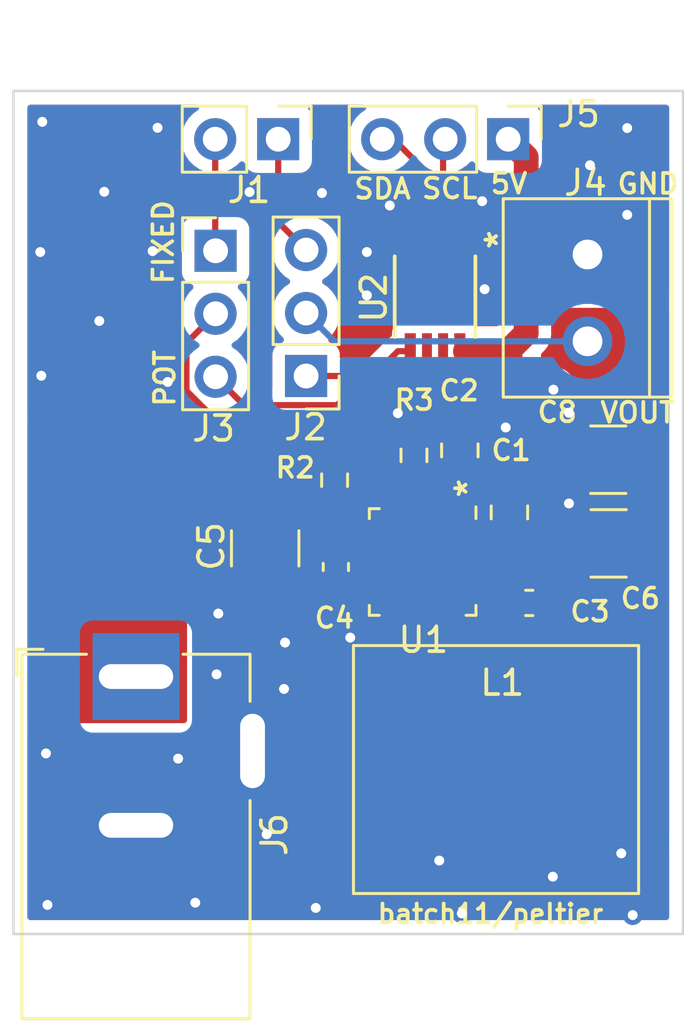
<source format=kicad_pcb>
(kicad_pcb (version 20171130) (host pcbnew "(5.1.6-0-10_14)")

  (general
    (thickness 1.6)
    (drawings 16)
    (tracks 184)
    (zones 0)
    (modules 18)
    (nets 16)
  )

  (page A4)
  (layers
    (0 F.Cu signal)
    (31 B.Cu signal)
    (32 B.Adhes user)
    (33 F.Adhes user)
    (34 B.Paste user)
    (35 F.Paste user)
    (36 B.SilkS user)
    (37 F.SilkS user)
    (38 B.Mask user)
    (39 F.Mask user)
    (40 Dwgs.User user)
    (41 Cmts.User user)
    (42 Eco1.User user)
    (43 Eco2.User user)
    (44 Edge.Cuts user)
    (45 Margin user)
    (46 B.CrtYd user hide)
    (47 F.CrtYd user)
    (48 B.Fab user)
    (49 F.Fab user hide)
  )

  (setup
    (last_trace_width 0.25)
    (user_trace_width 0.25)
    (user_trace_width 0.5)
    (user_trace_width 0.75)
    (user_trace_width 1)
    (trace_clearance 0.2)
    (zone_clearance 0.508)
    (zone_45_only no)
    (trace_min 0.2)
    (via_size 0.8)
    (via_drill 0.4)
    (via_min_size 0.4)
    (via_min_drill 0.3)
    (uvia_size 0.3)
    (uvia_drill 0.1)
    (uvias_allowed no)
    (uvia_min_size 0.2)
    (uvia_min_drill 0.1)
    (edge_width 0.1)
    (segment_width 0.2)
    (pcb_text_width 0.3)
    (pcb_text_size 1.5 1.5)
    (mod_edge_width 0.15)
    (mod_text_size 1 1)
    (mod_text_width 0.15)
    (pad_size 1.524 1.524)
    (pad_drill 0.762)
    (pad_to_mask_clearance 0)
    (aux_axis_origin 0 0)
    (visible_elements FFFFFF7F)
    (pcbplotparams
      (layerselection 0x010fc_ffffffff)
      (usegerberextensions true)
      (usegerberattributes true)
      (usegerberadvancedattributes true)
      (creategerberjobfile true)
      (excludeedgelayer true)
      (linewidth 0.100000)
      (plotframeref false)
      (viasonmask false)
      (mode 1)
      (useauxorigin false)
      (hpglpennumber 1)
      (hpglpenspeed 20)
      (hpglpendiameter 15.000000)
      (psnegative false)
      (psa4output false)
      (plotreference true)
      (plotvalue true)
      (plotinvisibletext false)
      (padsonsilk false)
      (subtractmaskfromsilk false)
      (outputformat 1)
      (mirror false)
      (drillshape 0)
      (scaleselection 1)
      (outputdirectory ""))
  )

  (net 0 "")
  (net 1 5V)
  (net 2 GND)
  (net 3 "Net-(C2-Pad1)")
  (net 4 "Net-(C3-Pad2)")
  (net 5 "Net-(C3-Pad1)")
  (net 6 12V)
  (net 7 REG_OUT)
  (net 8 "Net-(J1-Pad2)")
  (net 9 "Net-(J1-Pad1)")
  (net 10 /POT_RES_A)
  (net 11 /FB_RES_B)
  (net 12 /POT_RES_B)
  (net 13 I2C_SDA)
  (net 14 I2C_SCL)
  (net 15 "Net-(R2-Pad2)")

  (net_class Default "This is the default net class."
    (clearance 0.2)
    (trace_width 0.25)
    (via_dia 0.8)
    (via_drill 0.4)
    (uvia_dia 0.3)
    (uvia_drill 0.1)
    (add_net /FB_RES_B)
    (add_net /POT_RES_A)
    (add_net /POT_RES_B)
    (add_net 12V)
    (add_net 5V)
    (add_net GND)
    (add_net I2C_SCL)
    (add_net I2C_SDA)
    (add_net "Net-(C2-Pad1)")
    (add_net "Net-(C3-Pad1)")
    (add_net "Net-(C3-Pad2)")
    (add_net "Net-(J1-Pad1)")
    (add_net "Net-(J1-Pad2)")
    (add_net "Net-(R2-Pad2)")
    (add_net REG_OUT)
  )

  (module Ninja-qPCR:AOZ2264QI-19 (layer F.Cu) (tedit 615BBC31) (tstamp 615BE49C)
    (at 173.5 54 270)
    (path /615B3E6F)
    (attr smd)
    (fp_text reference U1 (at 3.14 -0.03 180) (layer F.SilkS)
      (effects (font (size 1 1) (thickness 0.15)))
    )
    (fp_text value AOZ2264QI-19 (at 0 3.5 90) (layer F.Fab)
      (effects (font (size 1 1) (thickness 0.15)))
    )
    (fp_poly (pts (xy 1.34 1.72) (xy 0.39 1.72) (xy 0.39 -1.38) (xy 1.34 -1.38)) (layer F.Mask) (width 0))
    (fp_poly (pts (xy 0.01 1.72) (xy -1.33 1.72) (xy -1.33 -1.38) (xy 0.01 -1.38)) (layer F.Mask) (width 0))
    (fp_line (start -1 -2) (end -2 -1) (layer F.Fab) (width 0.15))
    (fp_line (start -2 -1) (end -2 2) (layer F.Fab) (width 0.15))
    (fp_line (start -2 2) (end 2 2) (layer F.Fab) (width 0.15))
    (fp_line (start 2 2) (end 2 -2) (layer F.Fab) (width 0.15))
    (fp_line (start 2 -2) (end -1 -2) (layer F.Fab) (width 0.15))
    (fp_line (start 1.75 -2.15) (end 2.15 -2.15) (layer F.SilkS) (width 0.12))
    (fp_line (start 2.15 -2.15) (end 2.15 -1.75) (layer F.SilkS) (width 0.12))
    (fp_line (start 1.75 2.15) (end 2.15 2.15) (layer F.SilkS) (width 0.12))
    (fp_line (start 2.15 2.15) (end 2.15 1.75) (layer F.SilkS) (width 0.12))
    (fp_line (start -1.75 2.15) (end -2.15 2.15) (layer F.SilkS) (width 0.12))
    (fp_line (start -2.15 2.15) (end -2.15 1.75) (layer F.SilkS) (width 0.12))
    (fp_line (start -1.75 -2.15) (end -2.225 -2.15) (layer F.SilkS) (width 0.12))
    (fp_line (start -2.5 -2.5) (end 2.5 -2.5) (layer F.CrtYd) (width 0.05))
    (fp_line (start 2.5 -2.5) (end 2.5 2.5) (layer F.CrtYd) (width 0.05))
    (fp_line (start 2.5 2.5) (end -2.5 2.5) (layer F.CrtYd) (width 0.05))
    (fp_line (start -2.5 2.5) (end -2.5 -2.5) (layer F.CrtYd) (width 0.05))
    (fp_poly (pts (xy -0.8 -0.9) (xy -1.1 -0.9) (xy -1.1 -1.1) (xy -0.8 -1.1)) (layer F.Paste) (width 0))
    (fp_poly (pts (xy 1.34 1.72) (xy 0.39 1.72) (xy 0.39 -1.38) (xy 1.34 -1.38)) (layer F.Cu) (width 0))
    (fp_poly (pts (xy 0 1.72) (xy -1.34 1.72) (xy -1.34 -1.38) (xy 0 -1.38)) (layer F.Cu) (width 0))
    (fp_poly (pts (xy -0.8 -0.9) (xy -1.1 -0.9) (xy -1.1 -1.1) (xy -0.8 -1.1)) (layer F.Paste) (width 0))
    (fp_poly (pts (xy -0.3 -0.9) (xy -0.6 -0.9) (xy -0.6 -1.1) (xy -0.3 -1.1)) (layer F.Paste) (width 0))
    (fp_poly (pts (xy -0.8 -0.6) (xy -1.1 -0.6) (xy -1.1 -0.8) (xy -0.8 -0.8)) (layer F.Paste) (width 0))
    (fp_poly (pts (xy -0.8 -0.6) (xy -1.1 -0.6) (xy -1.1 -0.8) (xy -0.8 -0.8)) (layer F.Paste) (width 0))
    (fp_poly (pts (xy -0.3 -0.6) (xy -0.6 -0.6) (xy -0.6 -0.8) (xy -0.3 -0.8)) (layer F.Paste) (width 0))
    (fp_poly (pts (xy -0.8 -0.3) (xy -1.1 -0.3) (xy -1.1 -0.5) (xy -0.8 -0.5)) (layer F.Paste) (width 0))
    (fp_poly (pts (xy -0.3 0) (xy -0.6 0) (xy -0.6 -0.2) (xy -0.3 -0.2)) (layer F.Paste) (width 0))
    (fp_poly (pts (xy -0.8 -0.3) (xy -1.1 -0.3) (xy -1.1 -0.5) (xy -0.8 -0.5)) (layer F.Paste) (width 0))
    (fp_poly (pts (xy -0.8 0) (xy -1.1 0) (xy -1.1 -0.2) (xy -0.8 -0.2)) (layer F.Paste) (width 0))
    (fp_poly (pts (xy -0.8 0) (xy -1.1 0) (xy -1.1 -0.2) (xy -0.8 -0.2)) (layer F.Paste) (width 0))
    (fp_poly (pts (xy -0.3 -0.3) (xy -0.6 -0.3) (xy -0.6 -0.5) (xy -0.3 -0.5)) (layer F.Paste) (width 0))
    (fp_poly (pts (xy -0.8 0.3) (xy -1.1 0.3) (xy -1.1 0.1) (xy -0.8 0.1)) (layer F.Paste) (width 0))
    (fp_poly (pts (xy -0.8 1.2) (xy -1.1 1.2) (xy -1.1 1) (xy -0.8 1)) (layer F.Paste) (width 0))
    (fp_poly (pts (xy -0.3 1.2) (xy -0.6 1.2) (xy -0.6 1) (xy -0.3 1)) (layer F.Paste) (width 0))
    (fp_poly (pts (xy -0.8 1.2) (xy -1.1 1.2) (xy -1.1 1) (xy -0.8 1)) (layer F.Paste) (width 0))
    (fp_poly (pts (xy -0.8 0.9) (xy -1.1 0.9) (xy -1.1 0.7) (xy -0.8 0.7)) (layer F.Paste) (width 0))
    (fp_poly (pts (xy -0.3 0.9) (xy -0.6 0.9) (xy -0.6 0.7) (xy -0.3 0.7)) (layer F.Paste) (width 0))
    (fp_poly (pts (xy -0.8 0.9) (xy -1.1 0.9) (xy -1.1 0.7) (xy -0.8 0.7)) (layer F.Paste) (width 0))
    (fp_poly (pts (xy -0.3 0.6) (xy -0.6 0.6) (xy -0.6 0.4) (xy -0.3 0.4)) (layer F.Paste) (width 0))
    (fp_poly (pts (xy -0.8 0.3) (xy -1.1 0.3) (xy -1.1 0.1) (xy -0.8 0.1)) (layer F.Paste) (width 0))
    (fp_poly (pts (xy -0.8 0.6) (xy -1.1 0.6) (xy -1.1 0.4) (xy -0.8 0.4)) (layer F.Paste) (width 0))
    (fp_poly (pts (xy -0.8 0.6) (xy -1.1 0.6) (xy -1.1 0.4) (xy -0.8 0.4)) (layer F.Paste) (width 0))
    (fp_poly (pts (xy -0.3 0.3) (xy -0.6 0.3) (xy -0.6 0.1) (xy -0.3 0.1)) (layer F.Paste) (width 0))
    (fp_poly (pts (xy 0.75 -0.9) (xy 0.45 -0.9) (xy 0.45 -1.1) (xy 0.75 -1.1)) (layer F.Paste) (width 0))
    (fp_poly (pts (xy 1.25 -0.9) (xy 0.95 -0.9) (xy 0.95 -1.1) (xy 1.25 -1.1)) (layer F.Paste) (width 0))
    (fp_poly (pts (xy 0.75 -0.9) (xy 0.45 -0.9) (xy 0.45 -1.1) (xy 0.75 -1.1)) (layer F.Paste) (width 0))
    (fp_poly (pts (xy 0.75 0.9) (xy 0.45 0.9) (xy 0.45 0.7) (xy 0.75 0.7)) (layer F.Paste) (width 0))
    (fp_poly (pts (xy 1.25 0.9) (xy 0.95 0.9) (xy 0.95 0.7) (xy 1.25 0.7)) (layer F.Paste) (width 0))
    (fp_poly (pts (xy 0.75 0.9) (xy 0.45 0.9) (xy 0.45 0.7) (xy 0.75 0.7)) (layer F.Paste) (width 0))
    (fp_poly (pts (xy 1.25 0.6) (xy 0.95 0.6) (xy 0.95 0.4) (xy 1.25 0.4)) (layer F.Paste) (width 0))
    (fp_poly (pts (xy 0.75 0.3) (xy 0.45 0.3) (xy 0.45 0.1) (xy 0.75 0.1)) (layer F.Paste) (width 0))
    (fp_poly (pts (xy 0.75 0.6) (xy 0.45 0.6) (xy 0.45 0.4) (xy 0.75 0.4)) (layer F.Paste) (width 0))
    (fp_poly (pts (xy 0.75 0.6) (xy 0.45 0.6) (xy 0.45 0.4) (xy 0.75 0.4)) (layer F.Paste) (width 0))
    (fp_poly (pts (xy 1.25 0.3) (xy 0.95 0.3) (xy 0.95 0.1) (xy 1.25 0.1)) (layer F.Paste) (width 0))
    (fp_poly (pts (xy 0.75 -0.6) (xy 0.45 -0.6) (xy 0.45 -0.8) (xy 0.75 -0.8)) (layer F.Paste) (width 0))
    (fp_poly (pts (xy 0.75 -0.6) (xy 0.45 -0.6) (xy 0.45 -0.8) (xy 0.75 -0.8)) (layer F.Paste) (width 0))
    (fp_poly (pts (xy 1.25 -0.6) (xy 0.95 -0.6) (xy 0.95 -0.8) (xy 1.25 -0.8)) (layer F.Paste) (width 0))
    (fp_poly (pts (xy 0.75 -0.3) (xy 0.45 -0.3) (xy 0.45 -0.5) (xy 0.75 -0.5)) (layer F.Paste) (width 0))
    (fp_poly (pts (xy 1.25 0) (xy 0.95 0) (xy 0.95 -0.2) (xy 1.25 -0.2)) (layer F.Paste) (width 0))
    (fp_poly (pts (xy 0.75 -0.3) (xy 0.45 -0.3) (xy 0.45 -0.5) (xy 0.75 -0.5)) (layer F.Paste) (width 0))
    (fp_poly (pts (xy 0.75 0) (xy 0.45 0) (xy 0.45 -0.2) (xy 0.75 -0.2)) (layer F.Paste) (width 0))
    (fp_poly (pts (xy 0.75 0) (xy 0.45 0) (xy 0.45 -0.2) (xy 0.75 -0.2)) (layer F.Paste) (width 0))
    (fp_poly (pts (xy 1.25 -0.3) (xy 0.95 -0.3) (xy 0.95 -0.5) (xy 1.25 -0.5)) (layer F.Paste) (width 0))
    (fp_poly (pts (xy 0.75 0.3) (xy 0.45 0.3) (xy 0.45 0.1) (xy 0.75 0.1)) (layer F.Paste) (width 0))
    (fp_poly (pts (xy 0.75 1.2) (xy 0.45 1.2) (xy 0.45 1) (xy 0.75 1)) (layer F.Paste) (width 0))
    (fp_poly (pts (xy 1.25 1.2) (xy 0.95 1.2) (xy 0.95 1) (xy 1.25 1)) (layer F.Paste) (width 0))
    (fp_poly (pts (xy 0.75 1.2) (xy 0.45 1.2) (xy 0.45 1) (xy 0.75 1)) (layer F.Paste) (width 0))
    (fp_text user * (at -2.975 -1.85 90) (layer F.SilkS)
      (effects (font (size 1 1) (thickness 0.15)))
    )
    (pad 1 smd rect (at -1.82 -1.25) (size 0.25 0.45) (layers F.Cu F.Paste F.Mask))
    (pad 2 smd rect (at -1.82 -0.75) (size 0.25 0.45) (layers F.Cu F.Paste F.Mask)
      (net 1 5V))
    (pad 3 smd rect (at -1.82 -0.25) (size 0.25 0.45) (layers F.Cu F.Paste F.Mask)
      (net 2 GND))
    (pad 4 smd rect (at -1.82 0.25) (size 0.25 0.45) (layers F.Cu F.Paste F.Mask)
      (net 2 GND))
    (pad 5 smd rect (at -1.82 0.75) (size 0.25 0.45) (layers F.Cu F.Paste F.Mask)
      (net 11 /FB_RES_B))
    (pad 6 smd rect (at -1.82 1.25) (size 0.25 0.45) (layers F.Cu F.Paste F.Mask)
      (net 15 "Net-(R2-Pad2)"))
    (pad 7 smd rect (at -1.25 1.82 270) (size 0.25 0.45) (layers F.Cu F.Paste F.Mask)
      (net 6 12V))
    (pad 8 smd rect (at -0.75 1.82 270) (size 0.25 0.45) (layers F.Cu F.Paste F.Mask)
      (net 6 12V))
    (pad 9 smd rect (at -0.25 1.82 270) (size 0.25 0.45) (layers F.Cu F.Paste F.Mask)
      (net 6 12V))
    (pad 10 smd rect (at 0.75 1.82 270) (size 0.25 0.45) (layers F.Cu F.Paste F.Mask)
      (net 4 "Net-(C3-Pad2)"))
    (pad 11 smd rect (at 1.25 1.82 270) (size 0.25 0.45) (layers F.Cu F.Paste F.Mask)
      (net 4 "Net-(C3-Pad2)"))
    (pad 12 smd rect (at 1.82 1.25) (size 0.25 0.45) (layers F.Cu F.Paste F.Mask)
      (net 2 GND))
    (pad 13 smd rect (at 1.82 0.75) (size 0.25 0.45) (layers F.Cu F.Paste F.Mask)
      (net 2 GND))
    (pad 14 smd rect (at 1.82 0.25) (size 0.25 0.45) (layers F.Cu F.Paste F.Mask)
      (net 2 GND))
    (pad 15 smd rect (at 1.82 -0.25) (size 0.25 0.45) (layers F.Cu F.Paste F.Mask)
      (net 2 GND))
    (pad 16 smd rect (at 1.82 -0.75) (size 0.25 0.45) (layers F.Cu F.Paste F.Mask)
      (net 4 "Net-(C3-Pad2)"))
    (pad 17 smd rect (at 1.82 -1.25) (size 0.25 0.45) (layers F.Cu F.Paste F.Mask)
      (net 4 "Net-(C3-Pad2)"))
    (pad 18 smd rect (at 1.25 -1.82 270) (size 0.25 0.45) (layers F.Cu F.Paste F.Mask)
      (net 4 "Net-(C3-Pad2)"))
    (pad 19 smd rect (at 0.75 -1.82 270) (size 0.25 0.45) (layers F.Cu F.Paste F.Mask)
      (net 2 GND))
    (pad 20 smd rect (at 0.25 -1.82 270) (size 0.25 0.45) (layers F.Cu F.Paste F.Mask)
      (net 5 "Net-(C3-Pad1)"))
    (pad 21 smd rect (at -0.25 -1.82 270) (size 0.25 0.45) (layers F.Cu F.Paste F.Mask)
      (net 1 5V))
    (pad 22 smd rect (at -0.75 -1.82 270) (size 0.25 0.45) (layers F.Cu F.Paste F.Mask)
      (net 6 12V))
    (pad 23 smd rect (at -1.25 -1.82 270) (size 0.25 0.45) (layers F.Cu F.Paste F.Mask)
      (net 3 "Net-(C2-Pad1)"))
  )

  (module Capacitor_SMD:C_0805_2012Metric_Pad1.18x1.45mm_HandSolder (layer F.Cu) (tedit 5F68FEEF) (tstamp 615BE32F)
    (at 177 52 90)
    (descr "Capacitor SMD 0805 (2012 Metric), square (rectangular) end terminal, IPC_7351 nominal with elongated pad for handsoldering. (Body size source: IPC-SM-782 page 76, https://www.pcb-3d.com/wordpress/wp-content/uploads/ipc-sm-782a_amendment_1_and_2.pdf, https://docs.google.com/spreadsheets/d/1BsfQQcO9C6DZCsRaXUlFlo91Tg2WpOkGARC1WS5S8t0/edit?usp=sharing), generated with kicad-footprint-generator")
    (tags "capacitor handsolder")
    (path /615C767B)
    (attr smd)
    (fp_text reference C1 (at 2.5 0.07 180) (layer F.SilkS)
      (effects (font (size 0.8 0.8) (thickness 0.15)))
    )
    (fp_text value 10uF (at 0 1.68 90) (layer F.Fab)
      (effects (font (size 1 1) (thickness 0.15)))
    )
    (fp_line (start -1 0.625) (end -1 -0.625) (layer F.Fab) (width 0.1))
    (fp_line (start -1 -0.625) (end 1 -0.625) (layer F.Fab) (width 0.1))
    (fp_line (start 1 -0.625) (end 1 0.625) (layer F.Fab) (width 0.1))
    (fp_line (start 1 0.625) (end -1 0.625) (layer F.Fab) (width 0.1))
    (fp_line (start -0.261252 -0.735) (end 0.261252 -0.735) (layer F.SilkS) (width 0.12))
    (fp_line (start -0.261252 0.735) (end 0.261252 0.735) (layer F.SilkS) (width 0.12))
    (fp_line (start -1.88 0.98) (end -1.88 -0.98) (layer F.CrtYd) (width 0.05))
    (fp_line (start -1.88 -0.98) (end 1.88 -0.98) (layer F.CrtYd) (width 0.05))
    (fp_line (start 1.88 -0.98) (end 1.88 0.98) (layer F.CrtYd) (width 0.05))
    (fp_line (start 1.88 0.98) (end -1.88 0.98) (layer F.CrtYd) (width 0.05))
    (fp_text user %R (at 0 0 90) (layer F.Fab)
      (effects (font (size 0.5 0.5) (thickness 0.08)))
    )
    (pad 1 smd roundrect (at -1.0375 0 90) (size 1.175 1.45) (layers F.Cu F.Paste F.Mask) (roundrect_rratio 0.212766)
      (net 1 5V))
    (pad 2 smd roundrect (at 1.0375 0 90) (size 1.175 1.45) (layers F.Cu F.Paste F.Mask) (roundrect_rratio 0.212766)
      (net 2 GND))
    (model ${KISYS3DMOD}/Capacitor_SMD.3dshapes/C_0805_2012Metric.wrl
      (at (xyz 0 0 0))
      (scale (xyz 1 1 1))
      (rotate (xyz 0 0 0))
    )
  )

  (module Capacitor_SMD:C_0805_2012Metric_Pad1.18x1.45mm_HandSolder (layer F.Cu) (tedit 5F68FEEF) (tstamp 615D1108)
    (at 175 49.5 90)
    (descr "Capacitor SMD 0805 (2012 Metric), square (rectangular) end terminal, IPC_7351 nominal with elongated pad for handsoldering. (Body size source: IPC-SM-782 page 76, https://www.pcb-3d.com/wordpress/wp-content/uploads/ipc-sm-782a_amendment_1_and_2.pdf, https://docs.google.com/spreadsheets/d/1BsfQQcO9C6DZCsRaXUlFlo91Tg2WpOkGARC1WS5S8t0/edit?usp=sharing), generated with kicad-footprint-generator")
    (tags "capacitor handsolder")
    (path /615B4693)
    (attr smd)
    (fp_text reference C2 (at 2.41 -0.03 180) (layer F.SilkS)
      (effects (font (size 0.8 0.8) (thickness 0.15)))
    )
    (fp_text value 10uF (at 0 1.68 90) (layer F.Fab)
      (effects (font (size 1 1) (thickness 0.15)))
    )
    (fp_line (start -1 0.625) (end -1 -0.625) (layer F.Fab) (width 0.1))
    (fp_line (start -1 -0.625) (end 1 -0.625) (layer F.Fab) (width 0.1))
    (fp_line (start 1 -0.625) (end 1 0.625) (layer F.Fab) (width 0.1))
    (fp_line (start 1 0.625) (end -1 0.625) (layer F.Fab) (width 0.1))
    (fp_line (start -0.261252 -0.735) (end 0.261252 -0.735) (layer F.SilkS) (width 0.12))
    (fp_line (start -0.261252 0.735) (end 0.261252 0.735) (layer F.SilkS) (width 0.12))
    (fp_line (start -1.88 0.98) (end -1.88 -0.98) (layer F.CrtYd) (width 0.05))
    (fp_line (start -1.88 -0.98) (end 1.88 -0.98) (layer F.CrtYd) (width 0.05))
    (fp_line (start 1.88 -0.98) (end 1.88 0.98) (layer F.CrtYd) (width 0.05))
    (fp_line (start 1.88 0.98) (end -1.88 0.98) (layer F.CrtYd) (width 0.05))
    (fp_text user %R (at 0 0 90) (layer F.Fab)
      (effects (font (size 0.5 0.5) (thickness 0.08)))
    )
    (pad 1 smd roundrect (at -1.0375 0 90) (size 1.175 1.45) (layers F.Cu F.Paste F.Mask) (roundrect_rratio 0.212766)
      (net 3 "Net-(C2-Pad1)"))
    (pad 2 smd roundrect (at 1.0375 0 90) (size 1.175 1.45) (layers F.Cu F.Paste F.Mask) (roundrect_rratio 0.212766)
      (net 2 GND))
    (model ${KISYS3DMOD}/Capacitor_SMD.3dshapes/C_0805_2012Metric.wrl
      (at (xyz 0 0 0))
      (scale (xyz 1 1 1))
      (rotate (xyz 0 0 0))
    )
  )

  (module Capacitor_SMD:C_0603_1608Metric_Pad1.08x0.95mm_HandSolder (layer F.Cu) (tedit 5F68FEEF) (tstamp 615BE351)
    (at 177.8 55.65 180)
    (descr "Capacitor SMD 0603 (1608 Metric), square (rectangular) end terminal, IPC_7351 nominal with elongated pad for handsoldering. (Body size source: IPC-SM-782 page 76, https://www.pcb-3d.com/wordpress/wp-content/uploads/ipc-sm-782a_amendment_1_and_2.pdf), generated with kicad-footprint-generator")
    (tags "capacitor handsolder")
    (path /615C31C8)
    (attr smd)
    (fp_text reference C3 (at -2.45 -0.35) (layer F.SilkS)
      (effects (font (size 0.8 0.8) (thickness 0.15)))
    )
    (fp_text value 0.1uF (at 0 1.43) (layer F.Fab)
      (effects (font (size 1 1) (thickness 0.15)))
    )
    (fp_line (start 1.65 0.73) (end -1.65 0.73) (layer F.CrtYd) (width 0.05))
    (fp_line (start 1.65 -0.73) (end 1.65 0.73) (layer F.CrtYd) (width 0.05))
    (fp_line (start -1.65 -0.73) (end 1.65 -0.73) (layer F.CrtYd) (width 0.05))
    (fp_line (start -1.65 0.73) (end -1.65 -0.73) (layer F.CrtYd) (width 0.05))
    (fp_line (start -0.146267 0.51) (end 0.146267 0.51) (layer F.SilkS) (width 0.12))
    (fp_line (start -0.146267 -0.51) (end 0.146267 -0.51) (layer F.SilkS) (width 0.12))
    (fp_line (start 0.8 0.4) (end -0.8 0.4) (layer F.Fab) (width 0.1))
    (fp_line (start 0.8 -0.4) (end 0.8 0.4) (layer F.Fab) (width 0.1))
    (fp_line (start -0.8 -0.4) (end 0.8 -0.4) (layer F.Fab) (width 0.1))
    (fp_line (start -0.8 0.4) (end -0.8 -0.4) (layer F.Fab) (width 0.1))
    (fp_text user %R (at 0 0) (layer F.Fab)
      (effects (font (size 0.4 0.4) (thickness 0.06)))
    )
    (pad 2 smd roundrect (at 0.8625 0 180) (size 1.075 0.95) (layers F.Cu F.Paste F.Mask) (roundrect_rratio 0.25)
      (net 4 "Net-(C3-Pad2)"))
    (pad 1 smd roundrect (at -0.8625 0 180) (size 1.075 0.95) (layers F.Cu F.Paste F.Mask) (roundrect_rratio 0.25)
      (net 5 "Net-(C3-Pad1)"))
    (model ${KISYS3DMOD}/Capacitor_SMD.3dshapes/C_0603_1608Metric.wrl
      (at (xyz 0 0 0))
      (scale (xyz 1 1 1))
      (rotate (xyz 0 0 0))
    )
  )

  (module Capacitor_SMD:C_0603_1608Metric_Pad1.08x0.95mm_HandSolder (layer F.Cu) (tedit 5F68FEEF) (tstamp 615BE362)
    (at 170 54.2 270)
    (descr "Capacitor SMD 0603 (1608 Metric), square (rectangular) end terminal, IPC_7351 nominal with elongated pad for handsoldering. (Body size source: IPC-SM-782 page 76, https://www.pcb-3d.com/wordpress/wp-content/uploads/ipc-sm-782a_amendment_1_and_2.pdf), generated with kicad-footprint-generator")
    (tags "capacitor handsolder")
    (path /615CE6D3)
    (attr smd)
    (fp_text reference C4 (at 2.06 0.06 180) (layer F.SilkS)
      (effects (font (size 0.8 0.8) (thickness 0.15)))
    )
    (fp_text value 1uF (at 0 1.43 90) (layer F.Fab)
      (effects (font (size 1 1) (thickness 0.15)))
    )
    (fp_line (start -0.8 0.4) (end -0.8 -0.4) (layer F.Fab) (width 0.1))
    (fp_line (start -0.8 -0.4) (end 0.8 -0.4) (layer F.Fab) (width 0.1))
    (fp_line (start 0.8 -0.4) (end 0.8 0.4) (layer F.Fab) (width 0.1))
    (fp_line (start 0.8 0.4) (end -0.8 0.4) (layer F.Fab) (width 0.1))
    (fp_line (start -0.146267 -0.51) (end 0.146267 -0.51) (layer F.SilkS) (width 0.12))
    (fp_line (start -0.146267 0.51) (end 0.146267 0.51) (layer F.SilkS) (width 0.12))
    (fp_line (start -1.65 0.73) (end -1.65 -0.73) (layer F.CrtYd) (width 0.05))
    (fp_line (start -1.65 -0.73) (end 1.65 -0.73) (layer F.CrtYd) (width 0.05))
    (fp_line (start 1.65 -0.73) (end 1.65 0.73) (layer F.CrtYd) (width 0.05))
    (fp_line (start 1.65 0.73) (end -1.65 0.73) (layer F.CrtYd) (width 0.05))
    (fp_text user %R (at 0 0 90) (layer F.Fab)
      (effects (font (size 0.4 0.4) (thickness 0.06)))
    )
    (pad 1 smd roundrect (at -0.8625 0 270) (size 1.075 0.95) (layers F.Cu F.Paste F.Mask) (roundrect_rratio 0.25)
      (net 6 12V))
    (pad 2 smd roundrect (at 0.8625 0 270) (size 1.075 0.95) (layers F.Cu F.Paste F.Mask) (roundrect_rratio 0.25)
      (net 2 GND))
    (model ${KISYS3DMOD}/Capacitor_SMD.3dshapes/C_0603_1608Metric.wrl
      (at (xyz 0 0 0))
      (scale (xyz 1 1 1))
      (rotate (xyz 0 0 0))
    )
  )

  (module Pin_Headers:Pin_Header_Straight_1x02_Pitch2.54mm (layer F.Cu) (tedit 59650532) (tstamp 615BE39A)
    (at 167.675 36.95 270)
    (descr "Through hole straight pin header, 1x02, 2.54mm pitch, single row")
    (tags "Through hole pin header THT 1x02 2.54mm single row")
    (path /615F2016)
    (fp_text reference J1 (at 2.05 1.175 180) (layer F.SilkS)
      (effects (font (size 1 1) (thickness 0.15)))
    )
    (fp_text value Conn_01x02_Female (at 0 4.87 90) (layer F.Fab)
      (effects (font (size 1 1) (thickness 0.15)))
    )
    (fp_line (start 1.8 -1.8) (end -1.8 -1.8) (layer F.CrtYd) (width 0.05))
    (fp_line (start 1.8 4.35) (end 1.8 -1.8) (layer F.CrtYd) (width 0.05))
    (fp_line (start -1.8 4.35) (end 1.8 4.35) (layer F.CrtYd) (width 0.05))
    (fp_line (start -1.8 -1.8) (end -1.8 4.35) (layer F.CrtYd) (width 0.05))
    (fp_line (start -1.33 -1.33) (end 0 -1.33) (layer F.SilkS) (width 0.12))
    (fp_line (start -1.33 0) (end -1.33 -1.33) (layer F.SilkS) (width 0.12))
    (fp_line (start -1.33 1.27) (end 1.33 1.27) (layer F.SilkS) (width 0.12))
    (fp_line (start 1.33 1.27) (end 1.33 3.87) (layer F.SilkS) (width 0.12))
    (fp_line (start -1.33 1.27) (end -1.33 3.87) (layer F.SilkS) (width 0.12))
    (fp_line (start -1.33 3.87) (end 1.33 3.87) (layer F.SilkS) (width 0.12))
    (fp_line (start -1.27 -0.635) (end -0.635 -1.27) (layer F.Fab) (width 0.1))
    (fp_line (start -1.27 3.81) (end -1.27 -0.635) (layer F.Fab) (width 0.1))
    (fp_line (start 1.27 3.81) (end -1.27 3.81) (layer F.Fab) (width 0.1))
    (fp_line (start 1.27 -1.27) (end 1.27 3.81) (layer F.Fab) (width 0.1))
    (fp_line (start -0.635 -1.27) (end 1.27 -1.27) (layer F.Fab) (width 0.1))
    (fp_text user %R (at 0 1.27) (layer F.Fab)
      (effects (font (size 1 1) (thickness 0.15)))
    )
    (pad 2 thru_hole oval (at 0 2.54 270) (size 1.7 1.7) (drill 1) (layers *.Cu *.Mask)
      (net 8 "Net-(J1-Pad2)"))
    (pad 1 thru_hole rect (at 0 0 270) (size 1.7 1.7) (drill 1) (layers *.Cu *.Mask)
      (net 9 "Net-(J1-Pad1)"))
    (model ${KISYS3DMOD}/Pin_Headers.3dshapes/Pin_Header_Straight_1x02_Pitch2.54mm.wrl
      (at (xyz 0 0 0))
      (scale (xyz 1 1 1))
      (rotate (xyz 0 0 0))
    )
  )

  (module Pin_Headers:Pin_Header_Straight_1x03_Pitch2.54mm (layer F.Cu) (tedit 59650532) (tstamp 615BE922)
    (at 168.8 46.5 180)
    (descr "Through hole straight pin header, 1x03, 2.54mm pitch, single row")
    (tags "Through hole pin header THT 1x03 2.54mm single row")
    (path /615DF263)
    (fp_text reference J2 (at 0.02 -2.07) (layer F.SilkS)
      (effects (font (size 1 1) (thickness 0.15)))
    )
    (fp_text value Conn_01x03_Male (at 0 7.41) (layer F.Fab)
      (effects (font (size 1 1) (thickness 0.15)))
    )
    (fp_line (start 1.8 -1.8) (end -1.8 -1.8) (layer F.CrtYd) (width 0.05))
    (fp_line (start 1.8 6.85) (end 1.8 -1.8) (layer F.CrtYd) (width 0.05))
    (fp_line (start -1.8 6.85) (end 1.8 6.85) (layer F.CrtYd) (width 0.05))
    (fp_line (start -1.8 -1.8) (end -1.8 6.85) (layer F.CrtYd) (width 0.05))
    (fp_line (start -1.33 -1.33) (end 0 -1.33) (layer F.SilkS) (width 0.12))
    (fp_line (start -1.33 0) (end -1.33 -1.33) (layer F.SilkS) (width 0.12))
    (fp_line (start -1.33 1.27) (end 1.33 1.27) (layer F.SilkS) (width 0.12))
    (fp_line (start 1.33 1.27) (end 1.33 6.41) (layer F.SilkS) (width 0.12))
    (fp_line (start -1.33 1.27) (end -1.33 6.41) (layer F.SilkS) (width 0.12))
    (fp_line (start -1.33 6.41) (end 1.33 6.41) (layer F.SilkS) (width 0.12))
    (fp_line (start -1.27 -0.635) (end -0.635 -1.27) (layer F.Fab) (width 0.1))
    (fp_line (start -1.27 6.35) (end -1.27 -0.635) (layer F.Fab) (width 0.1))
    (fp_line (start 1.27 6.35) (end -1.27 6.35) (layer F.Fab) (width 0.1))
    (fp_line (start 1.27 -1.27) (end 1.27 6.35) (layer F.Fab) (width 0.1))
    (fp_line (start -0.635 -1.27) (end 1.27 -1.27) (layer F.Fab) (width 0.1))
    (fp_text user %R (at 0 2.54 90) (layer F.Fab)
      (effects (font (size 1 1) (thickness 0.15)))
    )
    (pad 3 thru_hole oval (at 0 5.08 180) (size 1.7 1.7) (drill 1) (layers *.Cu *.Mask)
      (net 9 "Net-(J1-Pad1)"))
    (pad 2 thru_hole oval (at 0 2.54 180) (size 1.7 1.7) (drill 1) (layers *.Cu *.Mask)
      (net 7 REG_OUT))
    (pad 1 thru_hole rect (at 0 0 180) (size 1.7 1.7) (drill 1) (layers *.Cu *.Mask)
      (net 10 /POT_RES_A))
    (model ${KISYS3DMOD}/Pin_Headers.3dshapes/Pin_Header_Straight_1x03_Pitch2.54mm.wrl
      (at (xyz 0 0 0))
      (scale (xyz 1 1 1))
      (rotate (xyz 0 0 0))
    )
  )

  (module Pin_Headers:Pin_Header_Straight_1x03_Pitch2.54mm (layer F.Cu) (tedit 59650532) (tstamp 615D0020)
    (at 165.15 41.45)
    (descr "Through hole straight pin header, 1x03, 2.54mm pitch, single row")
    (tags "Through hole pin header THT 1x03 2.54mm single row")
    (path /615E1AD1)
    (fp_text reference J3 (at -0.08 7.17) (layer F.SilkS)
      (effects (font (size 1 1) (thickness 0.15)))
    )
    (fp_text value Conn_01x03_Male (at 0 7.41) (layer F.Fab)
      (effects (font (size 1 1) (thickness 0.15)))
    )
    (fp_line (start -0.635 -1.27) (end 1.27 -1.27) (layer F.Fab) (width 0.1))
    (fp_line (start 1.27 -1.27) (end 1.27 6.35) (layer F.Fab) (width 0.1))
    (fp_line (start 1.27 6.35) (end -1.27 6.35) (layer F.Fab) (width 0.1))
    (fp_line (start -1.27 6.35) (end -1.27 -0.635) (layer F.Fab) (width 0.1))
    (fp_line (start -1.27 -0.635) (end -0.635 -1.27) (layer F.Fab) (width 0.1))
    (fp_line (start -1.33 6.41) (end 1.33 6.41) (layer F.SilkS) (width 0.12))
    (fp_line (start -1.33 1.27) (end -1.33 6.41) (layer F.SilkS) (width 0.12))
    (fp_line (start 1.33 1.27) (end 1.33 6.41) (layer F.SilkS) (width 0.12))
    (fp_line (start -1.33 1.27) (end 1.33 1.27) (layer F.SilkS) (width 0.12))
    (fp_line (start -1.33 0) (end -1.33 -1.33) (layer F.SilkS) (width 0.12))
    (fp_line (start -1.33 -1.33) (end 0 -1.33) (layer F.SilkS) (width 0.12))
    (fp_line (start -1.8 -1.8) (end -1.8 6.85) (layer F.CrtYd) (width 0.05))
    (fp_line (start -1.8 6.85) (end 1.8 6.85) (layer F.CrtYd) (width 0.05))
    (fp_line (start 1.8 6.85) (end 1.8 -1.8) (layer F.CrtYd) (width 0.05))
    (fp_line (start 1.8 -1.8) (end -1.8 -1.8) (layer F.CrtYd) (width 0.05))
    (fp_text user %R (at 0 2.54 90) (layer F.Fab)
      (effects (font (size 1 1) (thickness 0.15)))
    )
    (pad 1 thru_hole rect (at 0 0) (size 1.7 1.7) (drill 1) (layers *.Cu *.Mask)
      (net 8 "Net-(J1-Pad2)"))
    (pad 2 thru_hole oval (at 0 2.54) (size 1.7 1.7) (drill 1) (layers *.Cu *.Mask)
      (net 11 /FB_RES_B))
    (pad 3 thru_hole oval (at 0 5.08) (size 1.7 1.7) (drill 1) (layers *.Cu *.Mask)
      (net 12 /POT_RES_B))
    (model ${KISYS3DMOD}/Pin_Headers.3dshapes/Pin_Header_Straight_1x03_Pitch2.54mm.wrl
      (at (xyz 0 0 0))
      (scale (xyz 1 1 1))
      (rotate (xyz 0 0 0))
    )
  )

  (module Pin_Headers:Pin_Header_Straight_1x03_Pitch2.54mm (layer F.Cu) (tedit 59650532) (tstamp 615BE3F5)
    (at 176.95 36.95 270)
    (descr "Through hole straight pin header, 1x03, 2.54mm pitch, single row")
    (tags "Through hole pin header THT 1x03 2.54mm single row")
    (path /615C37B0)
    (fp_text reference J5 (at -1.01 -2.84 180) (layer F.SilkS)
      (effects (font (size 1 1) (thickness 0.15)))
    )
    (fp_text value Conn_01x03_Male (at 0 7.41 90) (layer F.Fab)
      (effects (font (size 1 1) (thickness 0.15)))
    )
    (fp_line (start 1.8 -1.8) (end -1.8 -1.8) (layer F.CrtYd) (width 0.05))
    (fp_line (start 1.8 6.85) (end 1.8 -1.8) (layer F.CrtYd) (width 0.05))
    (fp_line (start -1.8 6.85) (end 1.8 6.85) (layer F.CrtYd) (width 0.05))
    (fp_line (start -1.8 -1.8) (end -1.8 6.85) (layer F.CrtYd) (width 0.05))
    (fp_line (start -1.33 -1.33) (end 0 -1.33) (layer F.SilkS) (width 0.12))
    (fp_line (start -1.33 0) (end -1.33 -1.33) (layer F.SilkS) (width 0.12))
    (fp_line (start -1.33 1.27) (end 1.33 1.27) (layer F.SilkS) (width 0.12))
    (fp_line (start 1.33 1.27) (end 1.33 6.41) (layer F.SilkS) (width 0.12))
    (fp_line (start -1.33 1.27) (end -1.33 6.41) (layer F.SilkS) (width 0.12))
    (fp_line (start -1.33 6.41) (end 1.33 6.41) (layer F.SilkS) (width 0.12))
    (fp_line (start -1.27 -0.635) (end -0.635 -1.27) (layer F.Fab) (width 0.1))
    (fp_line (start -1.27 6.35) (end -1.27 -0.635) (layer F.Fab) (width 0.1))
    (fp_line (start 1.27 6.35) (end -1.27 6.35) (layer F.Fab) (width 0.1))
    (fp_line (start 1.27 -1.27) (end 1.27 6.35) (layer F.Fab) (width 0.1))
    (fp_line (start -0.635 -1.27) (end 1.27 -1.27) (layer F.Fab) (width 0.1))
    (fp_text user %R (at 0 2.54) (layer F.Fab)
      (effects (font (size 1 1) (thickness 0.15)))
    )
    (pad 3 thru_hole oval (at 0 5.08 270) (size 1.7 1.7) (drill 1) (layers *.Cu *.Mask)
      (net 13 I2C_SDA))
    (pad 2 thru_hole oval (at 0 2.54 270) (size 1.7 1.7) (drill 1) (layers *.Cu *.Mask)
      (net 14 I2C_SCL))
    (pad 1 thru_hole rect (at 0 0 270) (size 1.7 1.7) (drill 1) (layers *.Cu *.Mask)
      (net 1 5V))
    (model ${KISYS3DMOD}/Pin_Headers.3dshapes/Pin_Header_Straight_1x03_Pitch2.54mm.wrl
      (at (xyz 0 0 0))
      (scale (xyz 1 1 1))
      (rotate (xyz 0 0 0))
    )
  )

  (module Resistor_SMD:R_0603_1608Metric_Pad0.98x0.95mm_HandSolder (layer F.Cu) (tedit 5F68FEEE) (tstamp 615BE42B)
    (at 169.95 50.7 90)
    (descr "Resistor SMD 0603 (1608 Metric), square (rectangular) end terminal, IPC_7351 nominal with elongated pad for handsoldering. (Body size source: IPC-SM-782 page 72, https://www.pcb-3d.com/wordpress/wp-content/uploads/ipc-sm-782a_amendment_1_and_2.pdf), generated with kicad-footprint-generator")
    (tags "resistor handsolder")
    (path /615B1D45)
    (attr smd)
    (fp_text reference R2 (at 0.5 -1.59 180) (layer F.SilkS)
      (effects (font (size 0.8 0.8) (thickness 0.15)))
    )
    (fp_text value 150k (at 0 1.43 90) (layer F.Fab)
      (effects (font (size 1 1) (thickness 0.15)))
    )
    (fp_line (start -0.8 0.4125) (end -0.8 -0.4125) (layer F.Fab) (width 0.1))
    (fp_line (start -0.8 -0.4125) (end 0.8 -0.4125) (layer F.Fab) (width 0.1))
    (fp_line (start 0.8 -0.4125) (end 0.8 0.4125) (layer F.Fab) (width 0.1))
    (fp_line (start 0.8 0.4125) (end -0.8 0.4125) (layer F.Fab) (width 0.1))
    (fp_line (start -0.254724 -0.5225) (end 0.254724 -0.5225) (layer F.SilkS) (width 0.12))
    (fp_line (start -0.254724 0.5225) (end 0.254724 0.5225) (layer F.SilkS) (width 0.12))
    (fp_line (start -1.65 0.73) (end -1.65 -0.73) (layer F.CrtYd) (width 0.05))
    (fp_line (start -1.65 -0.73) (end 1.65 -0.73) (layer F.CrtYd) (width 0.05))
    (fp_line (start 1.65 -0.73) (end 1.65 0.73) (layer F.CrtYd) (width 0.05))
    (fp_line (start 1.65 0.73) (end -1.65 0.73) (layer F.CrtYd) (width 0.05))
    (fp_text user %R (at 0 0 90) (layer F.Fab)
      (effects (font (size 0.4 0.4) (thickness 0.06)))
    )
    (pad 1 smd roundrect (at -0.9125 0 90) (size 0.975 0.95) (layers F.Cu F.Paste F.Mask) (roundrect_rratio 0.25)
      (net 6 12V))
    (pad 2 smd roundrect (at 0.9125 0 90) (size 0.975 0.95) (layers F.Cu F.Paste F.Mask) (roundrect_rratio 0.25)
      (net 15 "Net-(R2-Pad2)"))
    (model ${KISYS3DMOD}/Resistor_SMD.3dshapes/R_0603_1608Metric.wrl
      (at (xyz 0 0 0))
      (scale (xyz 1 1 1))
      (rotate (xyz 0 0 0))
    )
  )

  (module Resistor_SMD:R_0603_1608Metric_Pad0.98x0.95mm_HandSolder (layer F.Cu) (tedit 5F68FEEE) (tstamp 615BEDD2)
    (at 173.15 49.7 90)
    (descr "Resistor SMD 0603 (1608 Metric), square (rectangular) end terminal, IPC_7351 nominal with elongated pad for handsoldering. (Body size source: IPC-SM-782 page 72, https://www.pcb-3d.com/wordpress/wp-content/uploads/ipc-sm-782a_amendment_1_and_2.pdf), generated with kicad-footprint-generator")
    (tags "resistor handsolder")
    (path /615B7D54)
    (attr smd)
    (fp_text reference R3 (at 2.23 0.01 180) (layer F.SilkS)
      (effects (font (size 0.8 0.8) (thickness 0.15)))
    )
    (fp_text value 5k (at 0 1.43 90) (layer F.Fab)
      (effects (font (size 1 1) (thickness 0.15)))
    )
    (fp_line (start 1.65 0.73) (end -1.65 0.73) (layer F.CrtYd) (width 0.05))
    (fp_line (start 1.65 -0.73) (end 1.65 0.73) (layer F.CrtYd) (width 0.05))
    (fp_line (start -1.65 -0.73) (end 1.65 -0.73) (layer F.CrtYd) (width 0.05))
    (fp_line (start -1.65 0.73) (end -1.65 -0.73) (layer F.CrtYd) (width 0.05))
    (fp_line (start -0.254724 0.5225) (end 0.254724 0.5225) (layer F.SilkS) (width 0.12))
    (fp_line (start -0.254724 -0.5225) (end 0.254724 -0.5225) (layer F.SilkS) (width 0.12))
    (fp_line (start 0.8 0.4125) (end -0.8 0.4125) (layer F.Fab) (width 0.1))
    (fp_line (start 0.8 -0.4125) (end 0.8 0.4125) (layer F.Fab) (width 0.1))
    (fp_line (start -0.8 -0.4125) (end 0.8 -0.4125) (layer F.Fab) (width 0.1))
    (fp_line (start -0.8 0.4125) (end -0.8 -0.4125) (layer F.Fab) (width 0.1))
    (fp_text user %R (at 0 0 90) (layer F.Fab)
      (effects (font (size 0.4 0.4) (thickness 0.06)))
    )
    (pad 2 smd roundrect (at 0.9125 0 90) (size 0.975 0.95) (layers F.Cu F.Paste F.Mask) (roundrect_rratio 0.25)
      (net 2 GND))
    (pad 1 smd roundrect (at -0.9125 0 90) (size 0.975 0.95) (layers F.Cu F.Paste F.Mask) (roundrect_rratio 0.25)
      (net 11 /FB_RES_B))
    (model ${KISYS3DMOD}/Resistor_SMD.3dshapes/R_0603_1608Metric.wrl
      (at (xyz 0 0 0))
      (scale (xyz 1 1 1))
      (rotate (xyz 0 0 0))
    )
  )

  (module Ninja-qPCR:MCP4551T-502E&slash_MS (layer F.Cu) (tedit 614AC76B) (tstamp 615BE4E4)
    (at 174 43.3 270)
    (path /615B4F06)
    (fp_text reference U2 (at 0.04 2.47 90) (layer F.SilkS)
      (effects (font (size 1 1) (thickness 0.15)))
    )
    (fp_text value MCP4551T-104 (at -3.97 -13.19 90) (layer F.SilkS) hide
      (effects (font (size 1 1) (thickness 0.15)))
    )
    (fp_line (start -1.754 1.4576) (end -3.0596 1.4576) (layer F.CrtYd) (width 0.1524))
    (fp_line (start -1.754 1.754) (end -1.754 1.4576) (layer F.CrtYd) (width 0.1524))
    (fp_line (start 1.754 1.754) (end -1.754 1.754) (layer F.CrtYd) (width 0.1524))
    (fp_line (start 1.754 1.4576) (end 1.754 1.754) (layer F.CrtYd) (width 0.1524))
    (fp_line (start 3.0596 1.4576) (end 1.754 1.4576) (layer F.CrtYd) (width 0.1524))
    (fp_line (start 3.0596 -1.4576) (end 3.0596 1.4576) (layer F.CrtYd) (width 0.1524))
    (fp_line (start 1.754 -1.4576) (end 3.0596 -1.4576) (layer F.CrtYd) (width 0.1524))
    (fp_line (start 1.754 -1.754) (end 1.754 -1.4576) (layer F.CrtYd) (width 0.1524))
    (fp_line (start -1.754 -1.754) (end 1.754 -1.754) (layer F.CrtYd) (width 0.1524))
    (fp_line (start -1.754 -1.4576) (end -1.754 -1.754) (layer F.CrtYd) (width 0.1524))
    (fp_line (start -3.0596 -1.4576) (end -1.754 -1.4576) (layer F.CrtYd) (width 0.1524))
    (fp_line (start -3.0596 1.4576) (end -3.0596 -1.4576) (layer F.CrtYd) (width 0.1524))
    (fp_line (start -1.5 -1.5) (end -1.5 1.5) (layer F.Fab) (width 0.1524))
    (fp_line (start 1.5 -1.5) (end -1.5 -1.5) (layer F.Fab) (width 0.1524))
    (fp_line (start 1.5 1.5) (end 1.5 -1.5) (layer F.Fab) (width 0.1524))
    (fp_line (start -1.5 1.5) (end 1.5 1.5) (layer F.Fab) (width 0.1524))
    (fp_line (start 1.627 -1.627) (end -1.627 -1.627) (layer F.SilkS) (width 0.1524))
    (fp_line (start -1.627 1.627) (end 1.627 1.627) (layer F.SilkS) (width 0.1524))
    (fp_line (start 2.45 -1.1782) (end 1.5 -1.1782) (layer F.Fab) (width 0.1524))
    (fp_line (start 2.45 -0.7718) (end 2.45 -1.1782) (layer F.Fab) (width 0.1524))
    (fp_line (start 1.5 -0.7718) (end 2.45 -0.7718) (layer F.Fab) (width 0.1524))
    (fp_line (start 1.5 -1.1782) (end 1.5 -0.7718) (layer F.Fab) (width 0.1524))
    (fp_line (start 2.45 -0.5282) (end 1.5 -0.5282) (layer F.Fab) (width 0.1524))
    (fp_line (start 2.45 -0.1218) (end 2.45 -0.5282) (layer F.Fab) (width 0.1524))
    (fp_line (start 1.5 -0.1218) (end 2.45 -0.1218) (layer F.Fab) (width 0.1524))
    (fp_line (start 1.5 -0.5282) (end 1.5 -0.1218) (layer F.Fab) (width 0.1524))
    (fp_line (start 2.45 0.1218) (end 1.5 0.1218) (layer F.Fab) (width 0.1524))
    (fp_line (start 2.45 0.5282) (end 2.45 0.1218) (layer F.Fab) (width 0.1524))
    (fp_line (start 1.5 0.5282) (end 2.45 0.5282) (layer F.Fab) (width 0.1524))
    (fp_line (start 1.5 0.1218) (end 1.5 0.5282) (layer F.Fab) (width 0.1524))
    (fp_line (start 2.45 0.7718) (end 1.5 0.7718) (layer F.Fab) (width 0.1524))
    (fp_line (start 2.45 1.1782) (end 2.45 0.7718) (layer F.Fab) (width 0.1524))
    (fp_line (start 1.5 1.1782) (end 2.45 1.1782) (layer F.Fab) (width 0.1524))
    (fp_line (start 1.5 0.7718) (end 1.5 1.1782) (layer F.Fab) (width 0.1524))
    (fp_line (start -2.45 1.1782) (end -1.5 1.1782) (layer F.Fab) (width 0.1524))
    (fp_line (start -2.45 0.7718) (end -2.45 1.1782) (layer F.Fab) (width 0.1524))
    (fp_line (start -1.5 0.7718) (end -2.45 0.7718) (layer F.Fab) (width 0.1524))
    (fp_line (start -1.5 1.1782) (end -1.5 0.7718) (layer F.Fab) (width 0.1524))
    (fp_line (start -2.45 0.5282) (end -1.5 0.5282) (layer F.Fab) (width 0.1524))
    (fp_line (start -2.45 0.1218) (end -2.45 0.5282) (layer F.Fab) (width 0.1524))
    (fp_line (start -1.5 0.1218) (end -2.45 0.1218) (layer F.Fab) (width 0.1524))
    (fp_line (start -1.5 0.5282) (end -1.5 0.1218) (layer F.Fab) (width 0.1524))
    (fp_line (start -2.45 -0.1218) (end -1.5 -0.1218) (layer F.Fab) (width 0.1524))
    (fp_line (start -2.45 -0.5282) (end -2.45 -0.1218) (layer F.Fab) (width 0.1524))
    (fp_line (start -1.5 -0.5282) (end -2.45 -0.5282) (layer F.Fab) (width 0.1524))
    (fp_line (start -1.5 -0.1218) (end -1.5 -0.5282) (layer F.Fab) (width 0.1524))
    (fp_line (start -2.45 -0.7718) (end -1.5 -0.7718) (layer F.Fab) (width 0.1524))
    (fp_line (start -2.45 -1.1782) (end -2.45 -0.7718) (layer F.Fab) (width 0.1524))
    (fp_line (start -1.5 -1.1782) (end -2.45 -1.1782) (layer F.Fab) (width 0.1524))
    (fp_line (start -1.5 -0.7718) (end -1.5 -1.1782) (layer F.Fab) (width 0.1524))
    (fp_arc (start 0 -1.5) (end 0.3048 -1.5) (angle 180) (layer F.Fab) (width 0.1524))
    (fp_text user * (at -1.119 -1.4238 90) (layer F.Fab)
      (effects (font (size 1 1) (thickness 0.15)))
    )
    (fp_text user * (at -2.2976 -2.5752 90) (layer F.SilkS)
      (effects (font (size 1 1) (thickness 0.15)))
    )
    (fp_text user 0.06in/1.524mm (at -2.0436 3.913 90) (layer Dwgs.User)
      (effects (font (size 1 1) (thickness 0.15)))
    )
    (fp_text user 0.161in/4.087mm (at 0 -3.913 90) (layer Dwgs.User)
      (effects (font (size 1 1) (thickness 0.15)))
    )
    (fp_text user 0.018in/0.457mm (at 5.0916 -0.975 90) (layer Dwgs.User) hide
      (effects (font (size 1 1) (thickness 0.15)))
    )
    (fp_text user 0.026in/0.65mm (at -5.0916 -0.65 90) (layer Dwgs.User) hide
      (effects (font (size 1 1) (thickness 0.15)))
    )
    (fp_text user * (at -1.119 -1.4238 90) (layer F.Fab)
      (effects (font (size 1 1) (thickness 0.15)))
    )
    (fp_text user * (at -2.2976 -2.5752 90) (layer F.SilkS)
      (effects (font (size 1 1) (thickness 0.15)))
    )
    (fp_text user "Copyright 2016 Accelerated Designs. All rights reserved." (at 0 0 90) (layer Cmts.User)
      (effects (font (size 0.127 0.127) (thickness 0.002)))
    )
    (pad 8 smd rect (at 2.2 -1 270) (size 1.45 0.45) (layers F.Cu F.Paste F.Mask)
      (net 1 5V))
    (pad 7 smd rect (at 2.2 -0.325 270) (size 1.45 0.4) (layers F.Cu F.Paste F.Mask))
    (pad 6 smd rect (at 2.2 0.325 270) (size 1.45 0.4) (layers F.Cu F.Paste F.Mask)
      (net 12 /POT_RES_B))
    (pad 5 smd rect (at 2.2 1 270) (size 1.45 0.45) (layers F.Cu F.Paste F.Mask)
      (net 10 /POT_RES_A))
    (pad 4 smd rect (at -2.2 1 270) (size 1.45 0.45) (layers F.Cu F.Paste F.Mask)
      (net 2 GND))
    (pad 3 smd rect (at -2.2 0.325 270) (size 1.45 0.4) (layers F.Cu F.Paste F.Mask)
      (net 13 I2C_SDA))
    (pad 2 smd rect (at -2.2 -0.325 270) (size 1.45 0.4) (layers F.Cu F.Paste F.Mask)
      (net 14 I2C_SCL))
    (pad 1 smd rect (at -2.2 -1 270) (size 1.45 0.45) (layers F.Cu F.Paste F.Mask)
      (net 2 GND))
  )

  (module Connector_BarrelJack:BarrelJack_Horizontal (layer F.Cu) (tedit 5A1DBF6A) (tstamp 615E0BD5)
    (at 161.94 58.62 90)
    (descr "DC Barrel Jack")
    (tags "Power Jack")
    (path /615CB67F)
    (fp_text reference J6 (at -6.37 5.58 90) (layer F.SilkS)
      (effects (font (size 1 1) (thickness 0.15)))
    )
    (fp_text value Barrel_Jack_Switch (at -6.2 -5.5 90) (layer F.Fab)
      (effects (font (size 1 1) (thickness 0.15)))
    )
    (fp_line (start -0.003213 -4.505425) (end 0.8 -3.75) (layer F.Fab) (width 0.1))
    (fp_line (start 1.1 -3.75) (end 1.1 -4.8) (layer F.SilkS) (width 0.12))
    (fp_line (start 0.05 -4.8) (end 1.1 -4.8) (layer F.SilkS) (width 0.12))
    (fp_line (start 1 -4.5) (end 1 -4.75) (layer F.CrtYd) (width 0.05))
    (fp_line (start 1 -4.75) (end -14 -4.75) (layer F.CrtYd) (width 0.05))
    (fp_line (start 1 -4.5) (end 1 -2) (layer F.CrtYd) (width 0.05))
    (fp_line (start 1 -2) (end 2 -2) (layer F.CrtYd) (width 0.05))
    (fp_line (start 2 -2) (end 2 2) (layer F.CrtYd) (width 0.05))
    (fp_line (start 2 2) (end 1 2) (layer F.CrtYd) (width 0.05))
    (fp_line (start 1 2) (end 1 4.75) (layer F.CrtYd) (width 0.05))
    (fp_line (start 1 4.75) (end -1 4.75) (layer F.CrtYd) (width 0.05))
    (fp_line (start -1 4.75) (end -1 6.75) (layer F.CrtYd) (width 0.05))
    (fp_line (start -1 6.75) (end -5 6.75) (layer F.CrtYd) (width 0.05))
    (fp_line (start -5 6.75) (end -5 4.75) (layer F.CrtYd) (width 0.05))
    (fp_line (start -5 4.75) (end -14 4.75) (layer F.CrtYd) (width 0.05))
    (fp_line (start -14 4.75) (end -14 -4.75) (layer F.CrtYd) (width 0.05))
    (fp_line (start -5 4.6) (end -13.8 4.6) (layer F.SilkS) (width 0.12))
    (fp_line (start -13.8 4.6) (end -13.8 -4.6) (layer F.SilkS) (width 0.12))
    (fp_line (start 0.9 1.9) (end 0.9 4.6) (layer F.SilkS) (width 0.12))
    (fp_line (start 0.9 4.6) (end -1 4.6) (layer F.SilkS) (width 0.12))
    (fp_line (start -13.8 -4.6) (end 0.9 -4.6) (layer F.SilkS) (width 0.12))
    (fp_line (start 0.9 -4.6) (end 0.9 -2) (layer F.SilkS) (width 0.12))
    (fp_line (start -10.2 -4.5) (end -10.2 4.5) (layer F.Fab) (width 0.1))
    (fp_line (start -13.7 -4.5) (end -13.7 4.5) (layer F.Fab) (width 0.1))
    (fp_line (start -13.7 4.5) (end 0.8 4.5) (layer F.Fab) (width 0.1))
    (fp_line (start 0.8 4.5) (end 0.8 -3.75) (layer F.Fab) (width 0.1))
    (fp_line (start 0 -4.5) (end -13.7 -4.5) (layer F.Fab) (width 0.1))
    (fp_text user %R (at -3 -2.95 90) (layer F.Fab)
      (effects (font (size 1 1) (thickness 0.15)))
    )
    (pad 1 thru_hole rect (at 0 0 90) (size 3.5 3.5) (drill oval 1 3) (layers *.Cu *.Mask)
      (net 6 12V))
    (pad 2 thru_hole roundrect (at -6 0 90) (size 3 3.5) (drill oval 1 3) (layers *.Cu *.Mask) (roundrect_rratio 0.25)
      (net 2 GND))
    (pad 3 thru_hole roundrect (at -3 4.7 90) (size 3.5 3.5) (drill oval 3 1) (layers *.Cu *.Mask) (roundrect_rratio 0.25)
      (net 2 GND))
    (model ${KISYS3DMOD}/Connector_BarrelJack.3dshapes/BarrelJack_Horizontal.wrl
      (at (xyz 0 0 0))
      (scale (xyz 1 1 1))
      (rotate (xyz 0 0 0))
    )
  )

  (module Capacitor_SMD:C_1210_3225Metric_Pad1.33x2.70mm_HandSolder (layer F.Cu) (tedit 5F68FEEF) (tstamp 615CF4CE)
    (at 167.15 53.45 270)
    (descr "Capacitor SMD 1210 (3225 Metric), square (rectangular) end terminal, IPC_7351 nominal with elongated pad for handsoldering. (Body size source: IPC-SM-782 page 76, https://www.pcb-3d.com/wordpress/wp-content/uploads/ipc-sm-782a_amendment_1_and_2.pdf), generated with kicad-footprint-generator")
    (tags "capacitor handsolder")
    (path /615CF30F)
    (attr smd)
    (fp_text reference C5 (at -0.08 2.17 90) (layer F.SilkS)
      (effects (font (size 1 1) (thickness 0.15)))
    )
    (fp_text value 22uF (at 0 2.3 90) (layer F.Fab)
      (effects (font (size 1 1) (thickness 0.15)))
    )
    (fp_line (start 2.48 1.6) (end -2.48 1.6) (layer F.CrtYd) (width 0.05))
    (fp_line (start 2.48 -1.6) (end 2.48 1.6) (layer F.CrtYd) (width 0.05))
    (fp_line (start -2.48 -1.6) (end 2.48 -1.6) (layer F.CrtYd) (width 0.05))
    (fp_line (start -2.48 1.6) (end -2.48 -1.6) (layer F.CrtYd) (width 0.05))
    (fp_line (start -0.711252 1.36) (end 0.711252 1.36) (layer F.SilkS) (width 0.12))
    (fp_line (start -0.711252 -1.36) (end 0.711252 -1.36) (layer F.SilkS) (width 0.12))
    (fp_line (start 1.6 1.25) (end -1.6 1.25) (layer F.Fab) (width 0.1))
    (fp_line (start 1.6 -1.25) (end 1.6 1.25) (layer F.Fab) (width 0.1))
    (fp_line (start -1.6 -1.25) (end 1.6 -1.25) (layer F.Fab) (width 0.1))
    (fp_line (start -1.6 1.25) (end -1.6 -1.25) (layer F.Fab) (width 0.1))
    (fp_text user %R (at 0 0 90) (layer F.Fab)
      (effects (font (size 0.8 0.8) (thickness 0.12)))
    )
    (pad 1 smd roundrect (at -1.5625 0 270) (size 1.325 2.7) (layers F.Cu F.Paste F.Mask) (roundrect_rratio 0.188679)
      (net 6 12V))
    (pad 2 smd roundrect (at 1.5625 0 270) (size 1.325 2.7) (layers F.Cu F.Paste F.Mask) (roundrect_rratio 0.188679)
      (net 2 GND))
    (model ${KISYS3DMOD}/Capacitor_SMD.3dshapes/C_1210_3225Metric.wrl
      (at (xyz 0 0 0))
      (scale (xyz 1 1 1))
      (rotate (xyz 0 0 0))
    )
  )

  (module Capacitor_SMD:C_1210_3225Metric_Pad1.33x2.70mm_HandSolder (layer F.Cu) (tedit 5F68FEEF) (tstamp 615CFE1E)
    (at 181 53.25 180)
    (descr "Capacitor SMD 1210 (3225 Metric), square (rectangular) end terminal, IPC_7351 nominal with elongated pad for handsoldering. (Body size source: IPC-SM-782 page 76, https://www.pcb-3d.com/wordpress/wp-content/uploads/ipc-sm-782a_amendment_1_and_2.pdf), generated with kicad-footprint-generator")
    (tags "capacitor handsolder")
    (path /615C3ADF)
    (attr smd)
    (fp_text reference C6 (at -1.28 -2.22) (layer F.SilkS)
      (effects (font (size 0.8 0.8) (thickness 0.15)))
    )
    (fp_text value 47uF (at 0 2.3) (layer F.Fab)
      (effects (font (size 1 1) (thickness 0.15)))
    )
    (fp_line (start 2.48 1.6) (end -2.48 1.6) (layer F.CrtYd) (width 0.05))
    (fp_line (start 2.48 -1.6) (end 2.48 1.6) (layer F.CrtYd) (width 0.05))
    (fp_line (start -2.48 -1.6) (end 2.48 -1.6) (layer F.CrtYd) (width 0.05))
    (fp_line (start -2.48 1.6) (end -2.48 -1.6) (layer F.CrtYd) (width 0.05))
    (fp_line (start -0.711252 1.36) (end 0.711252 1.36) (layer F.SilkS) (width 0.12))
    (fp_line (start -0.711252 -1.36) (end 0.711252 -1.36) (layer F.SilkS) (width 0.12))
    (fp_line (start 1.6 1.25) (end -1.6 1.25) (layer F.Fab) (width 0.1))
    (fp_line (start 1.6 -1.25) (end 1.6 1.25) (layer F.Fab) (width 0.1))
    (fp_line (start -1.6 -1.25) (end 1.6 -1.25) (layer F.Fab) (width 0.1))
    (fp_line (start -1.6 1.25) (end -1.6 -1.25) (layer F.Fab) (width 0.1))
    (fp_text user %R (at 0 0) (layer F.Fab)
      (effects (font (size 0.8 0.8) (thickness 0.12)))
    )
    (pad 1 smd roundrect (at -1.5625 0 180) (size 1.325 2.7) (layers F.Cu F.Paste F.Mask) (roundrect_rratio 0.188679)
      (net 7 REG_OUT))
    (pad 2 smd roundrect (at 1.5625 0 180) (size 1.325 2.7) (layers F.Cu F.Paste F.Mask) (roundrect_rratio 0.188679)
      (net 2 GND))
    (model ${KISYS3DMOD}/Capacitor_SMD.3dshapes/C_1210_3225Metric.wrl
      (at (xyz 0 0 0))
      (scale (xyz 1 1 1))
      (rotate (xyz 0 0 0))
    )
  )

  (module Capacitor_SMD:C_1210_3225Metric_Pad1.33x2.70mm_HandSolder (layer F.Cu) (tedit 5F68FEEF) (tstamp 615CFC92)
    (at 180.984999 49.874999 180)
    (descr "Capacitor SMD 1210 (3225 Metric), square (rectangular) end terminal, IPC_7351 nominal with elongated pad for handsoldering. (Body size source: IPC-SM-782 page 76, https://www.pcb-3d.com/wordpress/wp-content/uploads/ipc-sm-782a_amendment_1_and_2.pdf), generated with kicad-footprint-generator")
    (tags "capacitor handsolder")
    (path /615DBFE6)
    (attr smd)
    (fp_text reference C8 (at 2.054999 1.914999) (layer F.SilkS)
      (effects (font (size 0.8 0.8) (thickness 0.15)))
    )
    (fp_text value 47uF (at 0 2.3) (layer F.Fab)
      (effects (font (size 1 1) (thickness 0.15)))
    )
    (fp_line (start -1.6 1.25) (end -1.6 -1.25) (layer F.Fab) (width 0.1))
    (fp_line (start -1.6 -1.25) (end 1.6 -1.25) (layer F.Fab) (width 0.1))
    (fp_line (start 1.6 -1.25) (end 1.6 1.25) (layer F.Fab) (width 0.1))
    (fp_line (start 1.6 1.25) (end -1.6 1.25) (layer F.Fab) (width 0.1))
    (fp_line (start -0.711252 -1.36) (end 0.711252 -1.36) (layer F.SilkS) (width 0.12))
    (fp_line (start -0.711252 1.36) (end 0.711252 1.36) (layer F.SilkS) (width 0.12))
    (fp_line (start -2.48 1.6) (end -2.48 -1.6) (layer F.CrtYd) (width 0.05))
    (fp_line (start -2.48 -1.6) (end 2.48 -1.6) (layer F.CrtYd) (width 0.05))
    (fp_line (start 2.48 -1.6) (end 2.48 1.6) (layer F.CrtYd) (width 0.05))
    (fp_line (start 2.48 1.6) (end -2.48 1.6) (layer F.CrtYd) (width 0.05))
    (fp_text user %R (at 0 0) (layer F.Fab)
      (effects (font (size 0.8 0.8) (thickness 0.12)))
    )
    (pad 2 smd roundrect (at 1.5625 0 180) (size 1.325 2.7) (layers F.Cu F.Paste F.Mask) (roundrect_rratio 0.188679)
      (net 2 GND))
    (pad 1 smd roundrect (at -1.5625 0 180) (size 1.325 2.7) (layers F.Cu F.Paste F.Mask) (roundrect_rratio 0.188679)
      (net 7 REG_OUT))
    (model ${KISYS3DMOD}/Capacitor_SMD.3dshapes/C_1210_3225Metric.wrl
      (at (xyz 0 0 0))
      (scale (xyz 1 1 1))
      (rotate (xyz 0 0 0))
    )
  )

  (module Ninja-qPCR:TB_SeeedOPL_320110028 (layer F.Cu) (tedit 5F05691F) (tstamp 615D0138)
    (at 180.15 45.1 90)
    (path /6160000E)
    (fp_text reference J4 (at 6.39 -0.08 180) (layer F.SilkS)
      (effects (font (size 1 1) (thickness 0.15)))
    )
    (fp_text value Screw_Terminal_01x02 (at 2 6 90) (layer F.Fab)
      (effects (font (size 1 1) (thickness 0.15)))
    )
    (fp_line (start -2.25 -3.4) (end 5.75 -3.4) (layer F.SilkS) (width 0.12))
    (fp_line (start 5.75 -3.4) (end 5.75 3.4) (layer F.SilkS) (width 0.12))
    (fp_line (start 5.75 3.4) (end -2.25 3.4) (layer F.SilkS) (width 0.12))
    (fp_line (start -2.25 3.4) (end -2.25 -3.4) (layer F.SilkS) (width 0.12))
    (fp_line (start 5.75 2.5) (end -2.25 2.5) (layer F.SilkS) (width 0.12))
    (pad 1 thru_hole circle (at 0 0 90) (size 2 2) (drill 1.2) (layers *.Cu *.Mask)
      (net 7 REG_OUT))
    (pad 2 thru_hole circle (at 3.5 0 90) (size 2 2) (drill 1.2) (layers *.Cu *.Mask)
      (net 2 GND))
  )

  (module Ninja-qPCR:104CDMCCDS-2R2MC (layer F.Cu) (tedit 615D589C) (tstamp 615E09B1)
    (at 176.46 62.37)
    (path /615B9655)
    (fp_text reference L1 (at 0.25 -3.5) (layer F.SilkS)
      (effects (font (size 1 1) (thickness 0.15)))
    )
    (fp_text value 3.3uH (at 0 -0.5) (layer F.Fab) hide
      (effects (font (size 1 1) (thickness 0.15)))
    )
    (fp_line (start -5.75 5) (end -5.75 -5) (layer F.SilkS) (width 0.12))
    (fp_line (start 5.75 5) (end -5.75 5) (layer F.SilkS) (width 0.12))
    (fp_line (start 5.75 -5) (end 5.75 5) (layer F.SilkS) (width 0.12))
    (fp_line (start -5.75 -5) (end 5.75 -5) (layer F.SilkS) (width 0.12))
    (pad 1 smd rect (at -4.75 0) (size 4.1 4.1) (layers F.Cu F.Paste F.Mask)
      (net 4 "Net-(C3-Pad2)"))
    (pad 2 smd rect (at 4.75 0) (size 4.1 4.1) (layers F.Cu F.Paste F.Mask)
      (net 7 REG_OUT))
  )

  (gr_text 27x34mm (at 162.22 32.74) (layer Dwgs.User)
    (effects (font (size 1.5 1.5) (thickness 0.3)))
  )
  (gr_poly (pts (xy 173.875 56.05) (xy 171.55 56.05) (xy 171.55 57.675) (xy 166.8 57.675) (xy 166.8 55.6) (xy 173.875 55.6)) (layer F.Cu) (width 0.1) (tstamp 615E1109))
  (gr_text batch11/peltier (at 180.87 68.19) (layer F.SilkS)
    (effects (font (size 0.762 0.762) (thickness 0.15)) (justify right))
  )
  (gr_text VOUT (at 182.17 47.98) (layer F.SilkS)
    (effects (font (size 0.8 0.8) (thickness 0.15)))
  )
  (gr_text GND (at 182.59 38.75) (layer F.SilkS)
    (effects (font (size 0.8 0.8) (thickness 0.15)))
  )
  (gr_text SDA (at 171.88 38.95) (layer F.SilkS)
    (effects (font (size 0.8 0.8) (thickness 0.15)))
  )
  (gr_text SCL (at 174.59 38.94) (layer F.SilkS)
    (effects (font (size 0.8 0.8) (thickness 0.15)))
  )
  (gr_text 5V (at 176.98 38.74) (layer F.SilkS)
    (effects (font (size 0.8 0.8) (thickness 0.15)))
  )
  (gr_text FIXED (at 163.04 41.1 90) (layer F.SilkS)
    (effects (font (size 0.8 0.8) (thickness 0.15)))
  )
  (gr_text POT (at 163.1 46.59 90) (layer F.SilkS)
    (effects (font (size 0.8 0.8) (thickness 0.15)))
  )
  (gr_line (start 157 69) (end 157 35) (layer Edge.Cuts) (width 0.1) (tstamp 615D0DC4))
  (gr_line (start 184 69) (end 157 69) (layer Edge.Cuts) (width 0.1))
  (gr_line (start 184 35) (end 184 69) (layer Edge.Cuts) (width 0.1))
  (gr_line (start 157 35) (end 184 35) (layer Edge.Cuts) (width 0.1))
  (gr_poly (pts (xy 180 52.5) (xy 178.75 52.5) (xy 178.75 50.25) (xy 180 50.25)) (layer F.Cu) (width 0.1))
  (gr_poly (pts (xy 172 53.75) (xy 171 53.75) (xy 171 52.75) (xy 172 52.75)) (layer F.Cu) (width 0.1))

  (segment (start 176.2875 53.75) (end 175.32 53.75) (width 0.25) (layer F.Cu) (net 1) (status 20))
  (segment (start 177 53.0375) (end 176.2875 53.75) (width 0.25) (layer F.Cu) (net 1) (status 10))
  (segment (start 178.17501 47.708012) (end 177.15 46.683002) (width 0.5) (layer F.Cu) (net 1))
  (segment (start 178.17501 51.86249) (end 178.17501 47.708012) (width 0.5) (layer F.Cu) (net 1))
  (segment (start 177 53.0375) (end 178.17501 51.86249) (width 0.5) (layer F.Cu) (net 1) (status 10))
  (segment (start 177.674999 37.674999) (end 177.674999 44.775001) (width 1) (layer F.Cu) (net 1) (status 10))
  (segment (start 176.95 36.95) (end 177.674999 37.674999) (width 1) (layer F.Cu) (net 1) (status 30))
  (segment (start 176.95 45.5) (end 175.225001 45.5) (width 1) (layer F.Cu) (net 1))
  (segment (start 177.674999 44.775001) (end 176.95 45.5) (width 1) (layer F.Cu) (net 1))
  (segment (start 177.15 45.7) (end 176.95 45.5) (width 0.75) (layer F.Cu) (net 1))
  (segment (start 177.15 46.683002) (end 177.15 45.7) (width 0.75) (layer F.Cu) (net 1))
  (segment (start 173.75 55.82) (end 173.25 55.82) (width 0.25) (layer F.Cu) (net 2) (status 30))
  (segment (start 173.25 55.82) (end 172.75 55.82) (width 0.25) (layer F.Cu) (net 2) (status 30))
  (segment (start 172.75 55.82) (end 172.25 55.82) (width 0.25) (layer F.Cu) (net 2) (status 30))
  (segment (start 172.25 55.82) (end 170.7575 55.82) (width 0.25) (layer F.Cu) (net 2) (status 10))
  (segment (start 169.95 55.0125) (end 170 55.0625) (width 1) (layer F.Cu) (net 2) (status 30))
  (segment (start 167.15 55.0125) (end 169.95 55.0125) (width 1) (layer F.Cu) (net 2) (status 30))
  (segment (start 170 55.0625) (end 170.7575 55.82) (width 1) (layer F.Cu) (net 2) (status 10))
  (segment (start 174.675 48.7875) (end 175 48.4625) (width 0.25) (layer F.Cu) (net 2) (status 30))
  (segment (start 173.15 48.7875) (end 174.675 48.7875) (width 0.25) (layer F.Cu) (net 2) (status 30))
  (segment (start 173.25 52.18) (end 173.75 52.18) (width 0.25) (layer F.Cu) (net 2) (status 30))
  (segment (start 179.422499 53.234999) (end 179.4375 53.25) (width 0.5) (layer F.Cu) (net 2) (status 30))
  (segment (start 179.422499 49.874999) (end 179.422499 53.234999) (width 0.5) (layer F.Cu) (net 2) (status 30))
  (segment (start 177 50.4625) (end 175 48.4625) (width 0.5) (layer F.Cu) (net 2) (status 30))
  (segment (start 177 50.9625) (end 177 50.4625) (width 0.5) (layer F.Cu) (net 2) (status 30))
  (via (at 175.9 39.45) (size 0.8) (drill 0.4) (layers F.Cu B.Cu) (net 2))
  (segment (start 175 40.35) (end 175.9 39.45) (width 0.25) (layer F.Cu) (net 2))
  (segment (start 175 41.1) (end 175 40.35) (width 0.25) (layer F.Cu) (net 2) (status 10))
  (segment (start 178.05 41.6) (end 180.15 41.6) (width 0.25) (layer B.Cu) (net 2) (status 20))
  (segment (start 175.9 39.45) (end 178.05 41.6) (width 0.25) (layer B.Cu) (net 2))
  (via (at 172.175 39.625) (size 0.8) (drill 0.4) (layers F.Cu B.Cu) (net 2))
  (segment (start 172.35 39.45) (end 172.175 39.625) (width 0.25) (layer B.Cu) (net 2))
  (segment (start 175.9 39.45) (end 172.35 39.45) (width 0.25) (layer B.Cu) (net 2))
  (segment (start 172.175 39.625) (end 172.625 39.625) (width 0.25) (layer F.Cu) (net 2))
  (segment (start 173 40) (end 173 41.1) (width 0.25) (layer F.Cu) (net 2) (status 20))
  (segment (start 172.625 39.625) (end 173 40) (width 0.25) (layer F.Cu) (net 2))
  (via (at 176.85 48.575) (size 0.8) (drill 0.4) (layers F.Cu B.Cu) (net 2))
  (segment (start 177 48.725) (end 176.85 48.575) (width 0.25) (layer F.Cu) (net 2))
  (segment (start 177 50.9625) (end 177 48.725) (width 0.25) (layer F.Cu) (net 2) (status 10))
  (segment (start 176.85 48.575) (end 176.85 57.41) (width 0.25) (layer B.Cu) (net 2))
  (segment (start 179.422499 47.697499) (end 178.775 47.05) (width 0.25) (layer F.Cu) (net 2))
  (via (at 178.775 47.05) (size 0.8) (drill 0.4) (layers F.Cu B.Cu) (net 2))
  (segment (start 179.422499 49.874999) (end 179.422499 47.697499) (width 0.25) (layer F.Cu) (net 2) (status 10))
  (via (at 172.5 48) (size 0.8) (drill 0.4) (layers F.Cu B.Cu) (net 2))
  (via (at 171.25 41.5) (size 0.8) (drill 0.4) (layers F.Cu B.Cu) (net 2))
  (via (at 171.25 43.25) (size 0.8) (drill 0.4) (layers F.Cu B.Cu) (net 2))
  (via (at 171.25 43.25) (size 0.8) (drill 0.4) (layers F.Cu B.Cu) (net 2))
  (via (at 181.75 40) (size 0.8) (drill 0.4) (layers F.Cu B.Cu) (net 2))
  (via (at 180.25 38) (size 0.8) (drill 0.4) (layers F.Cu B.Cu) (net 2))
  (via (at 181.75 36.5) (size 0.8) (drill 0.4) (layers F.Cu B.Cu) (net 2))
  (via (at 179.4 47.98) (size 0.8) (drill 0.4) (layers F.Cu B.Cu) (net 2))
  (via (at 179.4 51.64) (size 0.8) (drill 0.4) (layers F.Cu B.Cu) (net 2))
  (via (at 176 43) (size 0.8) (drill 0.4) (layers F.Cu B.Cu) (net 2))
  (segment (start 172.64 61.62) (end 166.64 61.62) (width 0.25) (layer B.Cu) (net 2))
  (segment (start 176.85 57.41) (end 172.64 61.62) (width 0.25) (layer B.Cu) (net 2))
  (segment (start 166.64 55.5225) (end 167.15 55.0125) (width 0.75) (layer F.Cu) (net 2))
  (segment (start 166.64 61.62) (end 166.64 55.5225) (width 0.75) (layer F.Cu) (net 2))
  (segment (start 170 55.0625) (end 169.8375 55.0625) (width 0.75) (layer F.Cu) (net 2))
  (segment (start 169.8375 55.0625) (end 169.2 55.7) (width 0.75) (layer F.Cu) (net 2))
  (segment (start 167.15 55.0125) (end 170.6175 55.0125) (width 0.75) (layer F.Cu) (net 2))
  (via (at 169.44 39.12) (size 0.8) (drill 0.4) (layers F.Cu B.Cu) (net 2) (tstamp 615E1204))
  (via (at 166.52 39.08) (size 0.8) (drill 0.4) (layers F.Cu B.Cu) (net 2) (tstamp 615E1206))
  (via (at 162.81 36.49) (size 0.8) (drill 0.4) (layers F.Cu B.Cu) (net 2) (tstamp 615E1208))
  (via (at 158.16 36.25) (size 0.8) (drill 0.4) (layers F.Cu B.Cu) (net 2) (tstamp 615E120A))
  (via (at 160.66 39.07) (size 0.8) (drill 0.4) (layers F.Cu B.Cu) (net 2) (tstamp 615E120C))
  (via (at 158.08 41.5) (size 0.8) (drill 0.4) (layers F.Cu B.Cu) (net 2) (tstamp 615E120E))
  (via (at 162.61 41.46) (size 0.8) (drill 0.4) (layers F.Cu B.Cu) (net 2) (tstamp 615E1210))
  (via (at 160.46 44.28) (size 0.8) (drill 0.4) (layers F.Cu B.Cu) (net 2) (tstamp 615E1212))
  (via (at 158.12 46.49) (size 0.8) (drill 0.4) (layers F.Cu B.Cu) (net 2) (tstamp 615E1214))
  (via (at 163.22 46.74) (size 0.8) (drill 0.4) (layers F.Cu B.Cu) (net 2) (tstamp 615E1216))
  (via (at 158.31 61.72) (size 0.8) (drill 0.4) (layers F.Cu B.Cu) (net 2) (tstamp 615E121B))
  (via (at 158.37 67.83) (size 0.8) (drill 0.4) (layers F.Cu B.Cu) (net 2) (tstamp 615E121D))
  (via (at 163.64 61.93) (size 0.8) (drill 0.4) (layers F.Cu B.Cu) (net 2) (tstamp 615E121F))
  (via (at 164.33 67.74) (size 0.8) (drill 0.4) (layers F.Cu B.Cu) (net 2) (tstamp 615E1221))
  (via (at 169.19 67.95) (size 0.8) (drill 0.4) (layers F.Cu B.Cu) (net 2) (tstamp 615E1223))
  (via (at 167.21 64.98) (size 0.8) (drill 0.4) (layers F.Cu B.Cu) (net 2) (tstamp 615E1225))
  (via (at 174.17 66.04) (size 0.8) (drill 0.4) (layers F.Cu B.Cu) (net 2) (tstamp 615E1227))
  (via (at 181.97 68.24) (size 0.8) (drill 0.4) (layers F.Cu B.Cu) (net 2) (tstamp 615E1229))
  (via (at 181.51 65.75) (size 0.8) (drill 0.4) (layers F.Cu B.Cu) (net 2) (tstamp 615E122B))
  (via (at 175.08 68.17) (size 0.8) (drill 0.4) (layers F.Cu B.Cu) (net 2) (tstamp 615E122D))
  (via (at 178.75 66.69) (size 0.8) (drill 0.4) (layers F.Cu B.Cu) (net 2) (tstamp 615E122F))
  (segment (start 170 55.0625) (end 169.3075 55.0625) (width 0.75) (layer F.Cu) (net 2))
  (segment (start 169.3075 55.0625) (end 168.59 55.78) (width 0.75) (layer F.Cu) (net 2))
  (segment (start 168.59 55.78) (end 166.35 55.78) (width 0.75) (layer F.Cu) (net 2))
  (segment (start 166.35 55.78) (end 166.23 55.9) (width 0.75) (layer F.Cu) (net 2))
  (segment (start 166.23 57.55) (end 166.49 57.55) (width 0.75) (layer F.Cu) (net 2))
  (segment (start 166.23 55.9) (end 166.23 57.55) (width 0.75) (layer F.Cu) (net 2))
  (segment (start 166.23 57.55) (end 166.23 57.93) (width 0.75) (layer F.Cu) (net 2))
  (segment (start 167.11 57.88) (end 166.965 58.025) (width 0.75) (layer F.Cu) (net 2))
  (segment (start 166.49 57.55) (end 166.965 58.025) (width 0.75) (layer F.Cu) (net 2))
  (segment (start 168.34 57.88) (end 167.6 57.88) (width 0.75) (layer F.Cu) (net 2))
  (segment (start 167.6 57.88) (end 168.17 57.88) (width 0.75) (layer F.Cu) (net 2))
  (segment (start 167.6 57.88) (end 167.11 57.88) (width 0.75) (layer F.Cu) (net 2))
  (segment (start 168.17 57.88) (end 168.61 58.32) (width 0.75) (layer F.Cu) (net 2))
  (segment (start 168.61 58.32) (end 168.61 57.09) (width 0.75) (layer F.Cu) (net 2))
  (via (at 165.19 58.53) (size 0.8) (drill 0.4) (layers F.Cu B.Cu) (net 2) (tstamp 615E1288))
  (via (at 165.26 56.08) (size 0.8) (drill 0.4) (layers F.Cu B.Cu) (net 2) (tstamp 615E128A))
  (via (at 167.95 57.25) (size 0.8) (drill 0.4) (layers F.Cu B.Cu) (net 2) (tstamp 615E128C))
  (via (at 170.58 57.05) (size 0.8) (drill 0.4) (layers F.Cu B.Cu) (net 2) (tstamp 615E128E))
  (via (at 167.91 59.12) (size 0.8) (drill 0.4) (layers F.Cu B.Cu) (net 2) (tstamp 615E1290))
  (segment (start 175.32 50.8575) (end 175.32 52.75) (width 0.25) (layer F.Cu) (net 3) (status 30))
  (segment (start 175 50.5375) (end 175.32 50.8575) (width 0.25) (layer F.Cu) (net 3) (status 30))
  (segment (start 174.75 55.82) (end 175.32 55.25) (width 0.25) (layer F.Cu) (net 4) (status 30))
  (segment (start 175.72 55.65) (end 175.32 55.25) (width 0.25) (layer F.Cu) (net 4) (status 20))
  (segment (start 176.9375 55.65) (end 175.72 55.65) (width 0.25) (layer F.Cu) (net 4) (status 10))
  (segment (start 173.615002 54.75) (end 171.68 54.75) (width 0.25) (layer F.Cu) (net 4) (status 20))
  (segment (start 174.25 55.384998) (end 173.615002 54.75) (width 0.25) (layer F.Cu) (net 4))
  (segment (start 174.25 55.82) (end 174.25 55.384998) (width 0.25) (layer F.Cu) (net 4) (status 10))
  (segment (start 171.68 55.25) (end 171.68 54.75) (width 0.25) (layer F.Cu) (net 4) (status 30))
  (segment (start 171.71 62.37) (end 171.71 62.29) (width 0.75) (layer F.Cu) (net 4))
  (segment (start 176.9375 57.0625) (end 176.9375 55.65) (width 0.75) (layer F.Cu) (net 4))
  (segment (start 171.71 62.29) (end 176.9375 57.0625) (width 0.75) (layer F.Cu) (net 4))
  (segment (start 174.52 55.82) (end 174.25 55.82) (width 0.25) (layer F.Cu) (net 4))
  (segment (start 174.5 55.4) (end 174.75 55.65) (width 0.75) (layer F.Cu) (net 4))
  (segment (start 174.584998 55.4) (end 174.5 55.4) (width 0.75) (layer F.Cu) (net 4))
  (segment (start 175 55.450001) (end 174.634999 55.450001) (width 0.75) (layer F.Cu) (net 4))
  (segment (start 174.634999 55.450001) (end 174.584998 55.4) (width 0.75) (layer F.Cu) (net 4))
  (segment (start 174.75 55.65) (end 174.75 55.82) (width 0.75) (layer F.Cu) (net 4))
  (segment (start 174.630001 55.82) (end 175 55.450001) (width 0.75) (layer F.Cu) (net 4))
  (segment (start 174.52 55.82) (end 174.630001 55.82) (width 0.75) (layer F.Cu) (net 4))
  (segment (start 175.119999 55.450001) (end 176.149999 55.450001) (width 0.75) (layer F.Cu) (net 4))
  (segment (start 174.92 55.65) (end 175.119999 55.450001) (width 0.75) (layer F.Cu) (net 4))
  (segment (start 174.75 55.65) (end 174.92 55.65) (width 0.75) (layer F.Cu) (net 4))
  (segment (start 177.2625 54.25) (end 178.6625 55.65) (width 0.25) (layer F.Cu) (net 5) (status 20))
  (segment (start 175.32 54.25) (end 177.2625 54.25) (width 0.25) (layer F.Cu) (net 5) (status 10))
  (segment (start 170.5875 52.75) (end 170 53.3375) (width 0.25) (layer F.Cu) (net 6) (status 20))
  (segment (start 171.68 52.75) (end 170.5875 52.75) (width 0.25) (layer F.Cu) (net 6) (status 10))
  (segment (start 170.4125 53.75) (end 170 53.3375) (width 0.25) (layer F.Cu) (net 6) (status 30))
  (segment (start 171.68 53.75) (end 170.4125 53.75) (width 0.25) (layer F.Cu) (net 6) (status 30))
  (segment (start 169.95 53.2875) (end 170 53.3375) (width 0.25) (layer F.Cu) (net 6) (status 30))
  (segment (start 169.95 51.6125) (end 169.95 53.2875) (width 0.25) (layer F.Cu) (net 6) (status 30))
  (segment (start 174.845 53.25) (end 171.68 53.25) (width 0.25) (layer F.Cu) (net 6) (status 20))
  (segment (start 175.32 53.25) (end 174.845 53.25) (width 0.25) (layer F.Cu) (net 6) (status 10))
  (segment (start 168.55 51.8875) (end 170 53.3375) (width 0.25) (layer F.Cu) (net 6) (status 20))
  (segment (start 167.15 51.8875) (end 168.55 51.8875) (width 0.25) (layer F.Cu) (net 6) (status 10))
  (segment (start 167.15 51.8875) (end 163.1125 51.8875) (width 0.75) (layer F.Cu) (net 6))
  (segment (start 161.94 53.06) (end 161.94 58.62) (width 0.75) (layer F.Cu) (net 6))
  (segment (start 163.1125 51.8875) (end 161.94 53.06) (width 0.75) (layer F.Cu) (net 6))
  (segment (start 171.0125 53.3375) (end 171.1 53.25) (width 0.75) (layer F.Cu) (net 6))
  (segment (start 170 53.3375) (end 171.0125 53.3375) (width 0.75) (layer F.Cu) (net 6))
  (segment (start 171.68 53.25) (end 171.1 53.25) (width 0.25) (layer F.Cu) (net 6))
  (segment (start 171.1 53.25) (end 171.1 53.21) (width 0.75) (layer F.Cu) (net 6))
  (segment (start 171.1 53.21) (end 170.37 52.48) (width 0.75) (layer F.Cu) (net 6))
  (segment (start 182.547499 47.497499) (end 182.547499 49.874999) (width 1) (layer F.Cu) (net 7) (status 20))
  (segment (start 180.15 45.1) (end 182.547499 47.497499) (width 1) (layer F.Cu) (net 7) (status 10))
  (segment (start 182.547499 53.234999) (end 182.5625 53.25) (width 1) (layer F.Cu) (net 7) (status 30))
  (segment (start 182.547499 49.874999) (end 182.547499 53.234999) (width 1) (layer F.Cu) (net 7) (status 30))
  (segment (start 182.5625 53.25) (end 182.5625 56.1625) (width 1) (layer F.Cu) (net 7) (status 10))
  (segment (start 180.575 58.15) (end 180.575 59.8) (width 1) (layer F.Cu) (net 7))
  (segment (start 182.5625 56.1625) (end 180.575 58.15) (width 1) (layer F.Cu) (net 7))
  (segment (start 169.94 45.1) (end 180.15 45.1) (width 0.25) (layer B.Cu) (net 7) (status 20))
  (segment (start 168.8 43.96) (end 169.94 45.1) (width 0.25) (layer B.Cu) (net 7) (status 10))
  (segment (start 165.135 41.435) (end 165.15 41.45) (width 0.25) (layer F.Cu) (net 8) (status 30))
  (segment (start 165.135 36.95) (end 165.135 41.435) (width 0.25) (layer F.Cu) (net 8) (status 30))
  (segment (start 167.675 40.295) (end 167.675 36.95) (width 0.25) (layer F.Cu) (net 9) (status 20))
  (segment (start 168.8 41.42) (end 167.675 40.295) (width 0.25) (layer F.Cu) (net 9) (status 10))
  (segment (start 168.8 46.5) (end 171.5 46.5) (width 0.25) (layer F.Cu) (net 10) (status 10))
  (segment (start 172.5 45.5) (end 173 45.5) (width 0.25) (layer F.Cu) (net 10) (status 20))
  (segment (start 171.5 46.5) (end 172.5 45.5) (width 0.25) (layer F.Cu) (net 10))
  (segment (start 172.75 51.0125) (end 172.75 52.18) (width 0.25) (layer F.Cu) (net 11) (status 30))
  (segment (start 173.15 50.6125) (end 172.75 51.0125) (width 0.25) (layer F.Cu) (net 11) (status 30))
  (segment (start 171.375 50.175) (end 171.8125 50.6125) (width 0.25) (layer F.Cu) (net 11))
  (segment (start 171.8125 50.6125) (end 173.15 50.6125) (width 0.25) (layer F.Cu) (net 11) (status 20))
  (segment (start 171.375 49.5) (end 171.375 50.175) (width 0.25) (layer F.Cu) (net 11))
  (segment (start 163.974999 45.165001) (end 163.974999 47.094001) (width 0.25) (layer F.Cu) (net 11))
  (segment (start 170.125 48.25) (end 171.375 49.5) (width 0.25) (layer F.Cu) (net 11))
  (segment (start 165.130998 48.25) (end 170.125 48.25) (width 0.25) (layer F.Cu) (net 11))
  (segment (start 163.974999 47.094001) (end 165.130998 48.25) (width 0.25) (layer F.Cu) (net 11))
  (segment (start 165.15 43.99) (end 163.974999 45.165001) (width 0.25) (layer F.Cu) (net 11) (status 10))
  (segment (start 173.675 46.360002) (end 173.675 45.5) (width 0.25) (layer F.Cu) (net 12) (status 20))
  (segment (start 172.917501 47.117501) (end 173.675 46.360002) (width 0.25) (layer F.Cu) (net 12))
  (segment (start 170.607499 47.117501) (end 172.917501 47.117501) (width 0.25) (layer F.Cu) (net 12))
  (segment (start 166.295001 47.675001) (end 170.049999 47.675001) (width 0.25) (layer F.Cu) (net 12))
  (segment (start 170.049999 47.675001) (end 170.607499 47.117501) (width 0.25) (layer F.Cu) (net 12))
  (segment (start 165.15 46.53) (end 166.295001 47.675001) (width 0.25) (layer F.Cu) (net 12) (status 10))
  (segment (start 172.325 36.95) (end 171.87 36.95) (width 0.25) (layer F.Cu) (net 13) (status 30))
  (segment (start 173.675 38.3) (end 172.325 36.95) (width 0.25) (layer F.Cu) (net 13) (status 20))
  (segment (start 173.675 41.1) (end 173.675 38.3) (width 0.25) (layer F.Cu) (net 13) (status 10))
  (segment (start 174.325 37.035) (end 174.41 36.95) (width 0.25) (layer F.Cu) (net 14) (status 30))
  (segment (start 174.325 41.1) (end 174.325 37.035) (width 0.25) (layer F.Cu) (net 14) (status 30))
  (segment (start 169.95 49.7875) (end 170.95 50.7875) (width 0.25) (layer F.Cu) (net 15) (status 10))
  (segment (start 170.95 50.7875) (end 170.95 51.65) (width 0.25) (layer F.Cu) (net 15))
  (segment (start 171.48 52.18) (end 172.25 52.18) (width 0.25) (layer F.Cu) (net 15) (status 20))
  (segment (start 170.95 51.65) (end 171.48 52.18) (width 0.25) (layer F.Cu) (net 15))

  (zone (net 4) (net_name "Net-(C3-Pad2)") (layer F.Cu) (tstamp 615E4B6D) (hatch edge 0.508)
    (priority 2)
    (connect_pads yes (clearance 0.508))
    (min_thickness 0.254)
    (fill yes (arc_segments 32) (thermal_gap 0.508) (thermal_bridge_width 0.508) (smoothing fillet))
    (polygon
      (pts
        (xy 177.5 56.5) (xy 177.5 57) (xy 177.5 65) (xy 169.5 65) (xy 169.5 58)
        (xy 172 58) (xy 172 54.5) (xy 177.5 54.5)
      )
    )
    (filled_polygon
      (pts
        (xy 177.373 55.435302) (xy 177.373 64.873) (xy 169.627 64.873) (xy 169.627 58.36) (xy 171.55 58.36)
        (xy 171.614145 58.35371) (xy 171.678356 58.347867) (xy 171.680662 58.347188) (xy 171.683051 58.346954) (xy 171.744723 58.328334)
        (xy 171.806606 58.310121) (xy 171.808736 58.309008) (xy 171.811033 58.308314) (xy 171.867886 58.278084) (xy 171.925081 58.248184)
        (xy 171.926955 58.246677) (xy 171.929073 58.245551) (xy 171.978986 58.204843) (xy 172.029269 58.164414) (xy 172.030813 58.162573)
        (xy 172.032674 58.161056) (xy 172.073766 58.111384) (xy 172.115203 58.062002) (xy 172.11636 58.059898) (xy 172.117891 58.058047)
        (xy 172.148541 58.001361) (xy 172.179608 57.94485) (xy 172.180335 57.942558) (xy 172.181476 57.940448) (xy 172.200524 57.878916)
        (xy 172.220031 57.81742) (xy 172.220299 57.815032) (xy 172.221009 57.812738) (xy 172.227746 57.748634) (xy 172.234933 57.684564)
        (xy 172.234965 57.67995) (xy 172.234983 57.679782) (xy 172.234968 57.679614) (xy 172.235 57.675) (xy 172.235 56.735)
        (xy 173.875 56.735) (xy 173.939145 56.72871) (xy 174.003356 56.722867) (xy 174.005662 56.722188) (xy 174.008051 56.721954)
        (xy 174.069723 56.703334) (xy 174.131606 56.685121) (xy 174.133736 56.684008) (xy 174.136033 56.683314) (xy 174.192886 56.653084)
        (xy 174.250081 56.623184) (xy 174.251955 56.621677) (xy 174.254073 56.620551) (xy 174.303986 56.579843) (xy 174.354269 56.539414)
        (xy 174.355813 56.537573) (xy 174.357674 56.536056) (xy 174.398766 56.486384) (xy 174.440203 56.437002) (xy 174.44136 56.434898)
        (xy 174.442891 56.433047) (xy 174.473541 56.376361) (xy 174.504608 56.31985) (xy 174.505335 56.317558) (xy 174.506476 56.315448)
        (xy 174.525524 56.253916) (xy 174.545031 56.19242) (xy 174.545299 56.190032) (xy 174.546009 56.187738) (xy 174.552746 56.123634)
        (xy 174.559933 56.059564) (xy 174.559965 56.05495) (xy 174.559983 56.054782) (xy 174.559968 56.054614) (xy 174.56 56.05)
        (xy 174.56 55.975) (xy 174.88 55.975) (xy 174.939505 55.969166) (xy 174.998987 55.963752) (xy 175.001118 55.963125)
        (xy 175.003339 55.962907) (xy 175.060621 55.945612) (xy 175.117875 55.928762) (xy 175.119847 55.927731) (xy 175.12198 55.927087)
        (xy 175.174781 55.899012) (xy 175.227703 55.871345) (xy 175.229437 55.869951) (xy 175.231404 55.868905) (xy 175.277737 55.831117)
        (xy 175.324286 55.79369) (xy 175.325717 55.791985) (xy 175.327443 55.790577) (xy 175.365539 55.744527) (xy 175.403947 55.698754)
        (xy 175.40502 55.696802) (xy 175.406439 55.695087) (xy 175.434851 55.642539) (xy 175.463651 55.590153) (xy 175.464325 55.588029)
        (xy 175.465383 55.586072) (xy 175.483034 55.52905) (xy 175.488103 55.513072) (xy 175.545 55.513072) (xy 175.669482 55.500812)
        (xy 175.78918 55.464502) (xy 175.899494 55.405537) (xy 175.996185 55.326185) (xy 176.075537 55.229494) (xy 176.134502 55.11918)
        (xy 176.167621 55.01) (xy 176.947699 55.01)
      )
    )
  )
  (zone (net 7) (net_name REG_OUT) (layer F.Cu) (tstamp 615E4B6A) (hatch edge 0.508)
    (priority 3)
    (connect_pads yes (clearance 0.508))
    (min_thickness 0.254)
    (fill yes (arc_segments 32) (thermal_gap 0.508) (thermal_bridge_width 0.508))
    (polygon
      (pts
        (xy 184 65) (xy 178.5 65) (xy 178.25 43.75) (xy 184 43.75)
      )
    )
    (filled_polygon
      (pts
        (xy 183.315001 64.873) (xy 182.060427 64.873) (xy 182.000256 64.832795) (xy 181.811898 64.754774) (xy 181.611939 64.715)
        (xy 181.408061 64.715) (xy 181.208102 64.754774) (xy 181.019744 64.832795) (xy 180.959573 64.873) (xy 178.625514 64.873)
        (xy 178.530103 56.763072) (xy 178.9625 56.763072) (xy 179.133316 56.746248) (xy 179.297567 56.696423) (xy 179.448942 56.615512)
        (xy 179.581623 56.506623) (xy 179.690512 56.373942) (xy 179.771423 56.222567) (xy 179.821248 56.058316) (xy 179.838072 55.8875)
        (xy 179.838072 55.4125) (xy 179.821248 55.241684) (xy 179.820152 55.238072) (xy 179.850001 55.238072) (xy 180.023255 55.221008)
        (xy 180.189851 55.170472) (xy 180.343387 55.088405) (xy 180.477962 54.977962) (xy 180.588405 54.843387) (xy 180.670472 54.689851)
        (xy 180.721008 54.523255) (xy 180.738072 54.350001) (xy 180.738072 52.149999) (xy 180.721008 51.976745) (xy 180.685 51.858042)
        (xy 180.685 51.217505) (xy 180.706007 51.148254) (xy 180.723071 50.975) (xy 180.723071 48.774998) (xy 180.706007 48.601744)
        (xy 180.655471 48.435148) (xy 180.573404 48.281612) (xy 180.462961 48.147037) (xy 180.427792 48.118175) (xy 180.435 48.081939)
        (xy 180.435 47.878061) (xy 180.395226 47.678102) (xy 180.317205 47.489744) (xy 180.203937 47.320226) (xy 180.059774 47.176063)
        (xy 179.890256 47.062795) (xy 179.843039 47.043237) (xy 179.81 47.010198) (xy 179.81 46.948061) (xy 179.770226 46.748102)
        (xy 179.692205 46.559744) (xy 179.578937 46.390226) (xy 179.434774 46.246063) (xy 179.265256 46.132795) (xy 179.076898 46.054774)
        (xy 178.876939 46.015) (xy 178.673061 46.015) (xy 178.473102 46.054774) (xy 178.404458 46.083207) (xy 178.399429 45.655702)
        (xy 178.438134 45.616997) (xy 178.481448 45.58145) (xy 178.623283 45.408624) (xy 178.728675 45.211448) (xy 178.793576 44.9975)
        (xy 178.809999 44.830753) (xy 178.809999 44.830744) (xy 178.815489 44.775002) (xy 178.809999 44.71926) (xy 178.809999 43.877)
        (xy 183.315 43.877)
      )
    )
  )
  (zone (net 2) (net_name GND) (layer B.Cu) (tstamp 615E4B67) (hatch edge 0.508)
    (priority 1)
    (connect_pads yes (clearance 0.508))
    (min_thickness 0.254)
    (fill yes (arc_segments 32) (thermal_gap 0.508) (thermal_bridge_width 0.508) (smoothing fillet))
    (polygon
      (pts
        (xy 184 70) (xy 157 70) (xy 157 35) (xy 184 35)
      )
    )
    (filled_polygon
      (pts
        (xy 164.188368 35.796525) (xy 163.981525 36.003368) (xy 163.81901 36.246589) (xy 163.707068 36.516842) (xy 163.65 36.80374)
        (xy 163.65 37.09626) (xy 163.707068 37.383158) (xy 163.81901 37.653411) (xy 163.981525 37.896632) (xy 164.188368 38.103475)
        (xy 164.431589 38.26599) (xy 164.701842 38.377932) (xy 164.98874 38.435) (xy 165.28126 38.435) (xy 165.568158 38.377932)
        (xy 165.838411 38.26599) (xy 166.081632 38.103475) (xy 166.213487 37.97162) (xy 166.235498 38.04418) (xy 166.294463 38.154494)
        (xy 166.373815 38.251185) (xy 166.470506 38.330537) (xy 166.58082 38.389502) (xy 166.700518 38.425812) (xy 166.825 38.438072)
        (xy 168.525 38.438072) (xy 168.649482 38.425812) (xy 168.76918 38.389502) (xy 168.879494 38.330537) (xy 168.976185 38.251185)
        (xy 169.055537 38.154494) (xy 169.114502 38.04418) (xy 169.150812 37.924482) (xy 169.163072 37.8) (xy 169.163072 36.1)
        (xy 169.150812 35.975518) (xy 169.114502 35.85582) (xy 169.055537 35.745506) (xy 169.005881 35.685) (xy 171.090277 35.685)
        (xy 170.923368 35.796525) (xy 170.716525 36.003368) (xy 170.55401 36.246589) (xy 170.442068 36.516842) (xy 170.385 36.80374)
        (xy 170.385 37.09626) (xy 170.442068 37.383158) (xy 170.55401 37.653411) (xy 170.716525 37.896632) (xy 170.923368 38.103475)
        (xy 171.166589 38.26599) (xy 171.436842 38.377932) (xy 171.72374 38.435) (xy 172.01626 38.435) (xy 172.303158 38.377932)
        (xy 172.573411 38.26599) (xy 172.816632 38.103475) (xy 173.023475 37.896632) (xy 173.14 37.72224) (xy 173.256525 37.896632)
        (xy 173.463368 38.103475) (xy 173.706589 38.26599) (xy 173.976842 38.377932) (xy 174.26374 38.435) (xy 174.55626 38.435)
        (xy 174.843158 38.377932) (xy 175.113411 38.26599) (xy 175.356632 38.103475) (xy 175.488487 37.97162) (xy 175.510498 38.04418)
        (xy 175.569463 38.154494) (xy 175.648815 38.251185) (xy 175.745506 38.330537) (xy 175.85582 38.389502) (xy 175.975518 38.425812)
        (xy 176.1 38.438072) (xy 177.8 38.438072) (xy 177.924482 38.425812) (xy 178.04418 38.389502) (xy 178.154494 38.330537)
        (xy 178.251185 38.251185) (xy 178.330537 38.154494) (xy 178.389502 38.04418) (xy 178.425812 37.924482) (xy 178.438072 37.8)
        (xy 178.438072 36.1) (xy 178.425812 35.975518) (xy 178.389502 35.85582) (xy 178.330537 35.745506) (xy 178.280881 35.685)
        (xy 183.315 35.685) (xy 183.315001 68.315) (xy 157.685 68.315) (xy 157.685 56.87) (xy 159.551928 56.87)
        (xy 159.551928 60.37) (xy 159.564188 60.494482) (xy 159.600498 60.61418) (xy 159.659463 60.724494) (xy 159.738815 60.821185)
        (xy 159.835506 60.900537) (xy 159.94582 60.959502) (xy 160.065518 60.995812) (xy 160.19 61.008072) (xy 163.69 61.008072)
        (xy 163.814482 60.995812) (xy 163.93418 60.959502) (xy 164.044494 60.900537) (xy 164.141185 60.821185) (xy 164.220537 60.724494)
        (xy 164.279502 60.61418) (xy 164.315812 60.494482) (xy 164.328072 60.37) (xy 164.328072 56.87) (xy 164.315812 56.745518)
        (xy 164.279502 56.62582) (xy 164.220537 56.515506) (xy 164.141185 56.418815) (xy 164.044494 56.339463) (xy 163.93418 56.280498)
        (xy 163.814482 56.244188) (xy 163.69 56.231928) (xy 160.19 56.231928) (xy 160.065518 56.244188) (xy 159.94582 56.280498)
        (xy 159.835506 56.339463) (xy 159.738815 56.418815) (xy 159.659463 56.515506) (xy 159.600498 56.62582) (xy 159.564188 56.745518)
        (xy 159.551928 56.87) (xy 157.685 56.87) (xy 157.685 40.6) (xy 163.661928 40.6) (xy 163.661928 42.3)
        (xy 163.674188 42.424482) (xy 163.710498 42.54418) (xy 163.769463 42.654494) (xy 163.848815 42.751185) (xy 163.945506 42.830537)
        (xy 164.05582 42.889502) (xy 164.12838 42.911513) (xy 163.996525 43.043368) (xy 163.83401 43.286589) (xy 163.722068 43.556842)
        (xy 163.665 43.84374) (xy 163.665 44.13626) (xy 163.722068 44.423158) (xy 163.83401 44.693411) (xy 163.996525 44.936632)
        (xy 164.203368 45.143475) (xy 164.37776 45.26) (xy 164.203368 45.376525) (xy 163.996525 45.583368) (xy 163.83401 45.826589)
        (xy 163.722068 46.096842) (xy 163.665 46.38374) (xy 163.665 46.67626) (xy 163.722068 46.963158) (xy 163.83401 47.233411)
        (xy 163.996525 47.476632) (xy 164.203368 47.683475) (xy 164.446589 47.84599) (xy 164.716842 47.957932) (xy 165.00374 48.015)
        (xy 165.29626 48.015) (xy 165.583158 47.957932) (xy 165.853411 47.84599) (xy 166.096632 47.683475) (xy 166.303475 47.476632)
        (xy 166.46599 47.233411) (xy 166.577932 46.963158) (xy 166.635 46.67626) (xy 166.635 46.38374) (xy 166.577932 46.096842)
        (xy 166.46599 45.826589) (xy 166.347998 45.65) (xy 167.311928 45.65) (xy 167.311928 47.35) (xy 167.324188 47.474482)
        (xy 167.360498 47.59418) (xy 167.419463 47.704494) (xy 167.498815 47.801185) (xy 167.595506 47.880537) (xy 167.70582 47.939502)
        (xy 167.825518 47.975812) (xy 167.95 47.988072) (xy 169.65 47.988072) (xy 169.774482 47.975812) (xy 169.89418 47.939502)
        (xy 170.004494 47.880537) (xy 170.101185 47.801185) (xy 170.180537 47.704494) (xy 170.239502 47.59418) (xy 170.275812 47.474482)
        (xy 170.288072 47.35) (xy 170.288072 45.86) (xy 178.695091 45.86) (xy 178.701082 45.874463) (xy 178.880013 46.142252)
        (xy 179.107748 46.369987) (xy 179.375537 46.548918) (xy 179.673088 46.672168) (xy 179.988967 46.735) (xy 180.311033 46.735)
        (xy 180.626912 46.672168) (xy 180.924463 46.548918) (xy 181.192252 46.369987) (xy 181.419987 46.142252) (xy 181.598918 45.874463)
        (xy 181.722168 45.576912) (xy 181.785 45.261033) (xy 181.785 44.938967) (xy 181.722168 44.623088) (xy 181.598918 44.325537)
        (xy 181.419987 44.057748) (xy 181.192252 43.830013) (xy 180.924463 43.651082) (xy 180.626912 43.527832) (xy 180.311033 43.465)
        (xy 179.988967 43.465) (xy 179.673088 43.527832) (xy 179.375537 43.651082) (xy 179.107748 43.830013) (xy 178.880013 44.057748)
        (xy 178.701082 44.325537) (xy 178.695091 44.34) (xy 170.254803 44.34) (xy 170.24121 44.326407) (xy 170.285 44.10626)
        (xy 170.285 43.81374) (xy 170.227932 43.526842) (xy 170.11599 43.256589) (xy 169.953475 43.013368) (xy 169.746632 42.806525)
        (xy 169.57224 42.69) (xy 169.746632 42.573475) (xy 169.953475 42.366632) (xy 170.11599 42.123411) (xy 170.227932 41.853158)
        (xy 170.285 41.56626) (xy 170.285 41.27374) (xy 170.227932 40.986842) (xy 170.11599 40.716589) (xy 169.953475 40.473368)
        (xy 169.746632 40.266525) (xy 169.503411 40.10401) (xy 169.233158 39.992068) (xy 168.94626 39.935) (xy 168.65374 39.935)
        (xy 168.366842 39.992068) (xy 168.096589 40.10401) (xy 167.853368 40.266525) (xy 167.646525 40.473368) (xy 167.48401 40.716589)
        (xy 167.372068 40.986842) (xy 167.315 41.27374) (xy 167.315 41.56626) (xy 167.372068 41.853158) (xy 167.48401 42.123411)
        (xy 167.646525 42.366632) (xy 167.853368 42.573475) (xy 168.02776 42.69) (xy 167.853368 42.806525) (xy 167.646525 43.013368)
        (xy 167.48401 43.256589) (xy 167.372068 43.526842) (xy 167.315 43.81374) (xy 167.315 44.10626) (xy 167.372068 44.393158)
        (xy 167.48401 44.663411) (xy 167.646525 44.906632) (xy 167.77838 45.038487) (xy 167.70582 45.060498) (xy 167.595506 45.119463)
        (xy 167.498815 45.198815) (xy 167.419463 45.295506) (xy 167.360498 45.40582) (xy 167.324188 45.525518) (xy 167.311928 45.65)
        (xy 166.347998 45.65) (xy 166.303475 45.583368) (xy 166.096632 45.376525) (xy 165.92224 45.26) (xy 166.096632 45.143475)
        (xy 166.303475 44.936632) (xy 166.46599 44.693411) (xy 166.577932 44.423158) (xy 166.635 44.13626) (xy 166.635 43.84374)
        (xy 166.577932 43.556842) (xy 166.46599 43.286589) (xy 166.303475 43.043368) (xy 166.17162 42.911513) (xy 166.24418 42.889502)
        (xy 166.354494 42.830537) (xy 166.451185 42.751185) (xy 166.530537 42.654494) (xy 166.589502 42.54418) (xy 166.625812 42.424482)
        (xy 166.638072 42.3) (xy 166.638072 40.6) (xy 166.625812 40.475518) (xy 166.589502 40.35582) (xy 166.530537 40.245506)
        (xy 166.451185 40.148815) (xy 166.354494 40.069463) (xy 166.24418 40.010498) (xy 166.124482 39.974188) (xy 166 39.961928)
        (xy 164.3 39.961928) (xy 164.175518 39.974188) (xy 164.05582 40.010498) (xy 163.945506 40.069463) (xy 163.848815 40.148815)
        (xy 163.769463 40.245506) (xy 163.710498 40.35582) (xy 163.674188 40.475518) (xy 163.661928 40.6) (xy 157.685 40.6)
        (xy 157.685 35.685) (xy 164.355277 35.685)
      )
    )
  )
  (zone (net 2) (net_name GND) (layer F.Cu) (tstamp 615E4B64) (hatch edge 0.508)
    (priority 1)
    (connect_pads yes (clearance 0.508))
    (min_thickness 0.254)
    (fill yes (arc_segments 32) (thermal_gap 0.508) (thermal_bridge_width 0.508) (smoothing fillet))
    (polygon
      (pts
        (xy 184 70) (xy 157 70) (xy 157 35) (xy 184 35)
      )
    )
    (filled_polygon
      (pts
        (xy 170.816928 54.875) (xy 170.820868 54.915) (xy 166.8 54.915) (xy 166.735855 54.92129) (xy 166.671644 54.927133)
        (xy 166.669338 54.927812) (xy 166.666949 54.928046) (xy 166.605277 54.946666) (xy 166.543394 54.964879) (xy 166.541264 54.965992)
        (xy 166.538967 54.966686) (xy 166.482114 54.996916) (xy 166.424919 55.026816) (xy 166.423045 55.028323) (xy 166.420927 55.029449)
        (xy 166.371014 55.070157) (xy 166.320731 55.110586) (xy 166.319187 55.112427) (xy 166.317326 55.113944) (xy 166.276234 55.163616)
        (xy 166.234797 55.212998) (xy 166.23364 55.215102) (xy 166.232109 55.216953) (xy 166.201459 55.273639) (xy 166.170392 55.33015)
        (xy 166.169665 55.332442) (xy 166.168524 55.334552) (xy 166.149476 55.396084) (xy 166.129969 55.45758) (xy 166.129701 55.459968)
        (xy 166.128991 55.462262) (xy 166.122254 55.526366) (xy 166.115067 55.590436) (xy 166.115035 55.59505) (xy 166.115017 55.595218)
        (xy 166.115032 55.595386) (xy 166.115 55.6) (xy 166.115 57.675) (xy 166.12129 57.739145) (xy 166.127133 57.803356)
        (xy 166.127812 57.805662) (xy 166.128046 57.808051) (xy 166.146666 57.869723) (xy 166.164879 57.931606) (xy 166.165992 57.933736)
        (xy 166.166686 57.936033) (xy 166.196916 57.992886) (xy 166.226816 58.050081) (xy 166.228323 58.051955) (xy 166.229449 58.054073)
        (xy 166.270157 58.103986) (xy 166.310586 58.154269) (xy 166.312427 58.155813) (xy 166.313944 58.157674) (xy 166.363616 58.198766)
        (xy 166.412998 58.240203) (xy 166.415102 58.24136) (xy 166.416953 58.242891) (xy 166.473639 58.273541) (xy 166.53015 58.304608)
        (xy 166.532442 58.305335) (xy 166.534552 58.306476) (xy 166.596084 58.325524) (xy 166.65758 58.345031) (xy 166.659968 58.345299)
        (xy 166.662262 58.346009) (xy 166.726366 58.352746) (xy 166.790436 58.359933) (xy 166.79505 58.359965) (xy 166.795218 58.359983)
        (xy 166.795386 58.359968) (xy 166.8 58.36) (xy 168.865 58.36) (xy 168.865 65) (xy 168.877201 65.123882)
        (xy 168.913336 65.243004) (xy 168.972017 65.352787) (xy 169.050987 65.449013) (xy 169.147213 65.527983) (xy 169.256996 65.586664)
        (xy 169.376118 65.622799) (xy 169.5 65.635) (xy 177.5 65.635) (xy 177.623882 65.622799) (xy 177.743004 65.586664)
        (xy 177.852787 65.527983) (xy 177.949013 65.449013) (xy 178 65.386885) (xy 178.050987 65.449013) (xy 178.147213 65.527983)
        (xy 178.256996 65.586664) (xy 178.376118 65.622799) (xy 178.5 65.635) (xy 183.315001 65.635) (xy 183.315001 68.315)
        (xy 157.685 68.315) (xy 157.685 61.135) (xy 164 61.135) (xy 164.123882 61.122799) (xy 164.243004 61.086664)
        (xy 164.352787 61.027983) (xy 164.449013 60.949013) (xy 164.527983 60.852787) (xy 164.586664 60.743004) (xy 164.622799 60.623882)
        (xy 164.635 60.5) (xy 164.635 54.635) (xy 170.816928 54.635)
      )
    )
    (filled_polygon
      (pts
        (xy 176.14 46.732609) (xy 176.154615 46.880995) (xy 176.212368 47.071381) (xy 176.306153 47.246842) (xy 176.432367 47.400635)
        (xy 176.58616 47.526849) (xy 176.76162 47.620634) (xy 176.868465 47.653045) (xy 177.290011 48.074592) (xy 177.29001 51.495911)
        (xy 176.973993 51.811928) (xy 176.525 51.811928) (xy 176.351746 51.828992) (xy 176.18515 51.879528) (xy 176.08 51.935732)
        (xy 176.08 51.521806) (xy 176.102962 51.502962) (xy 176.213405 51.368386) (xy 176.295472 51.21485) (xy 176.346008 51.048254)
        (xy 176.363072 50.875) (xy 176.363072 50.2) (xy 176.346008 50.026746) (xy 176.295472 49.86015) (xy 176.213405 49.706614)
        (xy 176.102962 49.572038) (xy 175.968386 49.461595) (xy 175.81485 49.379528) (xy 175.648254 49.328992) (xy 175.475 49.311928)
        (xy 174.525 49.311928) (xy 174.351746 49.328992) (xy 174.18515 49.379528) (xy 174.031614 49.461595) (xy 173.897038 49.572038)
        (xy 173.854372 49.624027) (xy 173.722567 49.553577) (xy 173.558316 49.503752) (xy 173.3875 49.486928) (xy 172.9125 49.486928)
        (xy 172.741684 49.503752) (xy 172.577433 49.553577) (xy 172.426058 49.634488) (xy 172.293377 49.743377) (xy 172.203822 49.8525)
        (xy 172.135 49.8525) (xy 172.135 49.537323) (xy 172.138676 49.5) (xy 172.135 49.462677) (xy 172.135 48.5)
        (xy 172.122799 48.376118) (xy 172.086664 48.256996) (xy 172.027983 48.147213) (xy 171.949013 48.050987) (xy 171.852787 47.972017)
        (xy 171.743004 47.913336) (xy 171.624871 47.877501) (xy 172.880179 47.877501) (xy 172.917501 47.881177) (xy 172.954823 47.877501)
        (xy 172.954834 47.877501) (xy 173.066487 47.866504) (xy 173.209748 47.823047) (xy 173.341777 47.752475) (xy 173.457502 47.657502)
        (xy 173.481304 47.628499) (xy 174.186004 46.9238) (xy 174.215001 46.900003) (xy 174.245309 46.863072) (xy 174.525 46.863072)
        (xy 174.649482 46.850812) (xy 174.65 46.850655) (xy 174.650518 46.850812) (xy 174.775 46.863072) (xy 175.225 46.863072)
        (xy 175.349482 46.850812) (xy 175.46918 46.814502) (xy 175.579494 46.755537) (xy 175.676185 46.676185) (xy 175.709985 46.635)
        (xy 176.14 46.635)
      )
    )
    (filled_polygon
      (pts
        (xy 164.188368 35.796525) (xy 163.981525 36.003368) (xy 163.81901 36.246589) (xy 163.707068 36.516842) (xy 163.65 36.80374)
        (xy 163.65 37.09626) (xy 163.707068 37.383158) (xy 163.81901 37.653411) (xy 163.981525 37.896632) (xy 164.188368 38.103475)
        (xy 164.375 38.228179) (xy 164.375001 39.961928) (xy 164.3 39.961928) (xy 164.175518 39.974188) (xy 164.05582 40.010498)
        (xy 163.945506 40.069463) (xy 163.848815 40.148815) (xy 163.769463 40.245506) (xy 163.710498 40.35582) (xy 163.674188 40.475518)
        (xy 163.661928 40.6) (xy 163.661928 42.3) (xy 163.674188 42.424482) (xy 163.710498 42.54418) (xy 163.769463 42.654494)
        (xy 163.848815 42.751185) (xy 163.945506 42.830537) (xy 164.05582 42.889502) (xy 164.12838 42.911513) (xy 163.996525 43.043368)
        (xy 163.83401 43.286589) (xy 163.722068 43.556842) (xy 163.665 43.84374) (xy 163.665 44.13626) (xy 163.708791 44.356408)
        (xy 163.464002 44.601197) (xy 163.434998 44.625) (xy 163.403358 44.663554) (xy 163.340025 44.740725) (xy 163.311306 44.794454)
        (xy 163.269453 44.872755) (xy 163.225996 45.016016) (xy 163.214999 45.127669) (xy 163.214999 45.127679) (xy 163.211323 45.165001)
        (xy 163.214999 45.202324) (xy 163.215 47.056669) (xy 163.211323 47.094001) (xy 163.215 47.131334) (xy 163.225997 47.242987)
        (xy 163.239179 47.286443) (xy 163.269453 47.386247) (xy 163.340025 47.518277) (xy 163.402318 47.59418) (xy 163.434999 47.634002)
        (xy 163.463997 47.6578) (xy 163.671197 47.865) (xy 157.685 47.865) (xy 157.685 35.685) (xy 164.355277 35.685)
      )
    )
    (filled_polygon
      (pts
        (xy 166.235498 38.04418) (xy 166.294463 38.154494) (xy 166.373815 38.251185) (xy 166.470506 38.330537) (xy 166.58082 38.389502)
        (xy 166.700518 38.425812) (xy 166.825 38.438072) (xy 166.915001 38.438072) (xy 166.915 40.257677) (xy 166.911324 40.295)
        (xy 166.915 40.332322) (xy 166.915 40.332332) (xy 166.925997 40.443985) (xy 166.969454 40.587246) (xy 167.040026 40.719276)
        (xy 167.079871 40.767826) (xy 167.134999 40.835001) (xy 167.164002 40.858804) (xy 167.358791 41.053592) (xy 167.315 41.27374)
        (xy 167.315 41.56626) (xy 167.372068 41.853158) (xy 167.48401 42.123411) (xy 167.646525 42.366632) (xy 167.853368 42.573475)
        (xy 168.02776 42.69) (xy 167.853368 42.806525) (xy 167.646525 43.013368) (xy 167.48401 43.256589) (xy 167.372068 43.526842)
        (xy 167.315 43.81374) (xy 167.315 44.10626) (xy 167.372068 44.393158) (xy 167.48401 44.663411) (xy 167.646525 44.906632)
        (xy 167.77838 45.038487) (xy 167.70582 45.060498) (xy 167.595506 45.119463) (xy 167.498815 45.198815) (xy 167.419463 45.295506)
        (xy 167.360498 45.40582) (xy 167.324188 45.525518) (xy 167.311928 45.65) (xy 167.311928 46.915001) (xy 166.609803 46.915001)
        (xy 166.59121 46.896408) (xy 166.635 46.67626) (xy 166.635 46.38374) (xy 166.577932 46.096842) (xy 166.46599 45.826589)
        (xy 166.303475 45.583368) (xy 166.096632 45.376525) (xy 165.92224 45.26) (xy 166.096632 45.143475) (xy 166.303475 44.936632)
        (xy 166.46599 44.693411) (xy 166.577932 44.423158) (xy 166.635 44.13626) (xy 166.635 43.84374) (xy 166.577932 43.556842)
        (xy 166.46599 43.286589) (xy 166.303475 43.043368) (xy 166.17162 42.911513) (xy 166.24418 42.889502) (xy 166.354494 42.830537)
        (xy 166.451185 42.751185) (xy 166.530537 42.654494) (xy 166.589502 42.54418) (xy 166.625812 42.424482) (xy 166.638072 42.3)
        (xy 166.638072 40.6) (xy 166.625812 40.475518) (xy 166.589502 40.35582) (xy 166.530537 40.245506) (xy 166.451185 40.148815)
        (xy 166.354494 40.069463) (xy 166.24418 40.010498) (xy 166.124482 39.974188) (xy 166 39.961928) (xy 165.895 39.961928)
        (xy 165.895 38.228178) (xy 166.081632 38.103475) (xy 166.213487 37.97162)
      )
    )
    (filled_polygon
      (pts
        (xy 170.923368 35.796525) (xy 170.716525 36.003368) (xy 170.55401 36.246589) (xy 170.442068 36.516842) (xy 170.385 36.80374)
        (xy 170.385 37.09626) (xy 170.442068 37.383158) (xy 170.55401 37.653411) (xy 170.716525 37.896632) (xy 170.923368 38.103475)
        (xy 171.166589 38.26599) (xy 171.436842 38.377932) (xy 171.72374 38.435) (xy 172.01626 38.435) (xy 172.303158 38.377932)
        (xy 172.568304 38.268105) (xy 172.915001 38.614803) (xy 172.915 40.075626) (xy 172.885498 40.13082) (xy 172.849188 40.250518)
        (xy 172.836928 40.375) (xy 172.836928 41.825) (xy 172.849188 41.949482) (xy 172.885498 42.06918) (xy 172.944463 42.179494)
        (xy 173.023815 42.276185) (xy 173.120506 42.355537) (xy 173.23082 42.414502) (xy 173.350518 42.450812) (xy 173.475 42.463072)
        (xy 173.875 42.463072) (xy 173.999482 42.450812) (xy 174 42.450655) (xy 174.000518 42.450812) (xy 174.125 42.463072)
        (xy 174.525 42.463072) (xy 174.649482 42.450812) (xy 174.76918 42.414502) (xy 174.879494 42.355537) (xy 174.976185 42.276185)
        (xy 175.055537 42.179494) (xy 175.114502 42.06918) (xy 175.150812 41.949482) (xy 175.163072 41.825) (xy 175.163072 40.375)
        (xy 175.150812 40.250518) (xy 175.114502 40.13082) (xy 175.085 40.075627) (xy 175.085 38.277758) (xy 175.113411 38.26599)
        (xy 175.356632 38.103475) (xy 175.488487 37.97162) (xy 175.510498 38.04418) (xy 175.569463 38.154494) (xy 175.648815 38.251185)
        (xy 175.745506 38.330537) (xy 175.85582 38.389502) (xy 175.975518 38.425812) (xy 176.1 38.438072) (xy 176.539999 38.438072)
        (xy 176.54 44.304869) (xy 176.479869 44.365) (xy 175.709985 44.365) (xy 175.676185 44.323815) (xy 175.579494 44.244463)
        (xy 175.46918 44.185498) (xy 175.349482 44.149188) (xy 175.225 44.136928) (xy 174.775 44.136928) (xy 174.650518 44.149188)
        (xy 174.65 44.149345) (xy 174.649482 44.149188) (xy 174.525 44.136928) (xy 174.125 44.136928) (xy 174.000518 44.149188)
        (xy 174 44.149345) (xy 173.999482 44.149188) (xy 173.875 44.136928) (xy 173.475 44.136928) (xy 173.350518 44.149188)
        (xy 173.35 44.149345) (xy 173.349482 44.149188) (xy 173.225 44.136928) (xy 172.775 44.136928) (xy 172.650518 44.149188)
        (xy 172.53082 44.185498) (xy 172.420506 44.244463) (xy 172.323815 44.323815) (xy 172.244463 44.420506) (xy 172.185498 44.53082)
        (xy 172.149188 44.650518) (xy 172.136928 44.775) (xy 172.136928 44.832311) (xy 172.075724 44.865026) (xy 171.959999 44.959999)
        (xy 171.936201 44.988997) (xy 171.185199 45.74) (xy 170.288072 45.74) (xy 170.288072 45.65) (xy 170.275812 45.525518)
        (xy 170.239502 45.40582) (xy 170.180537 45.295506) (xy 170.101185 45.198815) (xy 170.004494 45.119463) (xy 169.89418 45.060498)
        (xy 169.82162 45.038487) (xy 169.953475 44.906632) (xy 170.11599 44.663411) (xy 170.227932 44.393158) (xy 170.285 44.10626)
        (xy 170.285 43.81374) (xy 170.227932 43.526842) (xy 170.11599 43.256589) (xy 169.953475 43.013368) (xy 169.746632 42.806525)
        (xy 169.57224 42.69) (xy 169.746632 42.573475) (xy 169.953475 42.366632) (xy 170.11599 42.123411) (xy 170.227932 41.853158)
        (xy 170.285 41.56626) (xy 170.285 41.27374) (xy 170.227932 40.986842) (xy 170.11599 40.716589) (xy 169.953475 40.473368)
        (xy 169.746632 40.266525) (xy 169.503411 40.10401) (xy 169.233158 39.992068) (xy 168.94626 39.935) (xy 168.65374 39.935)
        (xy 168.435 39.97851) (xy 168.435 38.438072) (xy 168.525 38.438072) (xy 168.649482 38.425812) (xy 168.76918 38.389502)
        (xy 168.879494 38.330537) (xy 168.976185 38.251185) (xy 169.055537 38.154494) (xy 169.114502 38.04418) (xy 169.150812 37.924482)
        (xy 169.163072 37.8) (xy 169.163072 36.1) (xy 169.150812 35.975518) (xy 169.114502 35.85582) (xy 169.055537 35.745506)
        (xy 169.005881 35.685) (xy 171.090277 35.685)
      )
    )
    (filled_polygon
      (pts
        (xy 183.315 43.115) (xy 178.809999 43.115) (xy 178.809999 37.73074) (xy 178.815489 37.674998) (xy 178.809999 37.619256)
        (xy 178.809999 37.619247) (xy 178.793576 37.4525) (xy 178.728675 37.238552) (xy 178.623283 37.041376) (xy 178.481448 36.86855)
        (xy 178.438134 36.833003) (xy 178.438072 36.832941) (xy 178.438072 36.1) (xy 178.425812 35.975518) (xy 178.389502 35.85582)
        (xy 178.330537 35.745506) (xy 178.280881 35.685) (xy 183.315 35.685)
      )
    )
  )
  (zone (net 6) (net_name 12V) (layer F.Cu) (tstamp 615E4B61) (hatch edge 0.508)
    (priority 2)
    (connect_pads yes (clearance 0.508))
    (min_thickness 0.254)
    (fill yes (arc_segments 32) (thermal_gap 0.508) (thermal_bridge_width 0.508) (smoothing fillet))
    (polygon
      (pts
        (xy 171.5 54) (xy 164 54) (xy 164 60.5) (xy 157 60.5) (xy 157 48.5)
        (xy 171.5 48.5)
      )
    )
    (filled_polygon
      (pts
        (xy 164.567203 48.761008) (xy 164.590997 48.790001) (xy 164.61999 48.813795) (xy 164.619994 48.813799) (xy 164.682415 48.865026)
        (xy 164.706722 48.884974) (xy 164.838751 48.955546) (xy 164.982012 48.999003) (xy 165.093665 49.01) (xy 165.093674 49.01)
        (xy 165.130997 49.013676) (xy 165.16832 49.01) (xy 169.018184 49.01) (xy 168.984488 49.051058) (xy 168.903577 49.202433)
        (xy 168.853752 49.366684) (xy 168.836928 49.5375) (xy 168.836928 50.0375) (xy 168.853752 50.208316) (xy 168.903577 50.372567)
        (xy 168.984488 50.523942) (xy 169.093377 50.656623) (xy 169.226058 50.765512) (xy 169.377433 50.846423) (xy 169.541684 50.896248)
        (xy 169.7125 50.913072) (xy 170.00077 50.913072) (xy 170.19 51.102302) (xy 170.19 51.612678) (xy 170.186324 51.65)
        (xy 170.19 51.687322) (xy 170.19 51.687333) (xy 170.192314 51.71082) (xy 170.200998 51.798985) (xy 170.244454 51.942246)
        (xy 170.315026 52.074276) (xy 170.365726 52.136053) (xy 170.41 52.190001) (xy 170.438998 52.213799) (xy 170.504566 52.279368)
        (xy 170.476234 52.313616) (xy 170.434797 52.362998) (xy 170.43364 52.365102) (xy 170.432109 52.366953) (xy 170.401459 52.423639)
        (xy 170.370392 52.48015) (xy 170.369665 52.482442) (xy 170.368524 52.484552) (xy 170.349476 52.546084) (xy 170.329969 52.60758)
        (xy 170.329701 52.609968) (xy 170.328991 52.612262) (xy 170.322254 52.676366) (xy 170.315067 52.740436) (xy 170.315035 52.74505)
        (xy 170.315017 52.745218) (xy 170.315032 52.745386) (xy 170.315 52.75) (xy 170.315 53.75) (xy 170.32129 53.814145)
        (xy 170.326646 53.873) (xy 169.960062 53.873) (xy 169.95 53.872009) (xy 169.939938 53.873) (xy 168.757284 53.873)
        (xy 168.743387 53.861595) (xy 168.589851 53.779528) (xy 168.423255 53.728992) (xy 168.250001 53.711928) (xy 166.049999 53.711928)
        (xy 165.876745 53.728992) (xy 165.710149 53.779528) (xy 165.556613 53.861595) (xy 165.542716 53.873) (xy 164 53.873)
        (xy 163.975224 53.87544) (xy 163.951399 53.882667) (xy 163.929443 53.894403) (xy 163.910197 53.910197) (xy 163.894403 53.929443)
        (xy 163.882667 53.951399) (xy 163.87544 53.975224) (xy 163.873 54) (xy 163.873 60.373) (xy 157.685 60.373)
        (xy 157.685 48.627) (xy 164.433195 48.627)
      )
    )
  )
)

</source>
